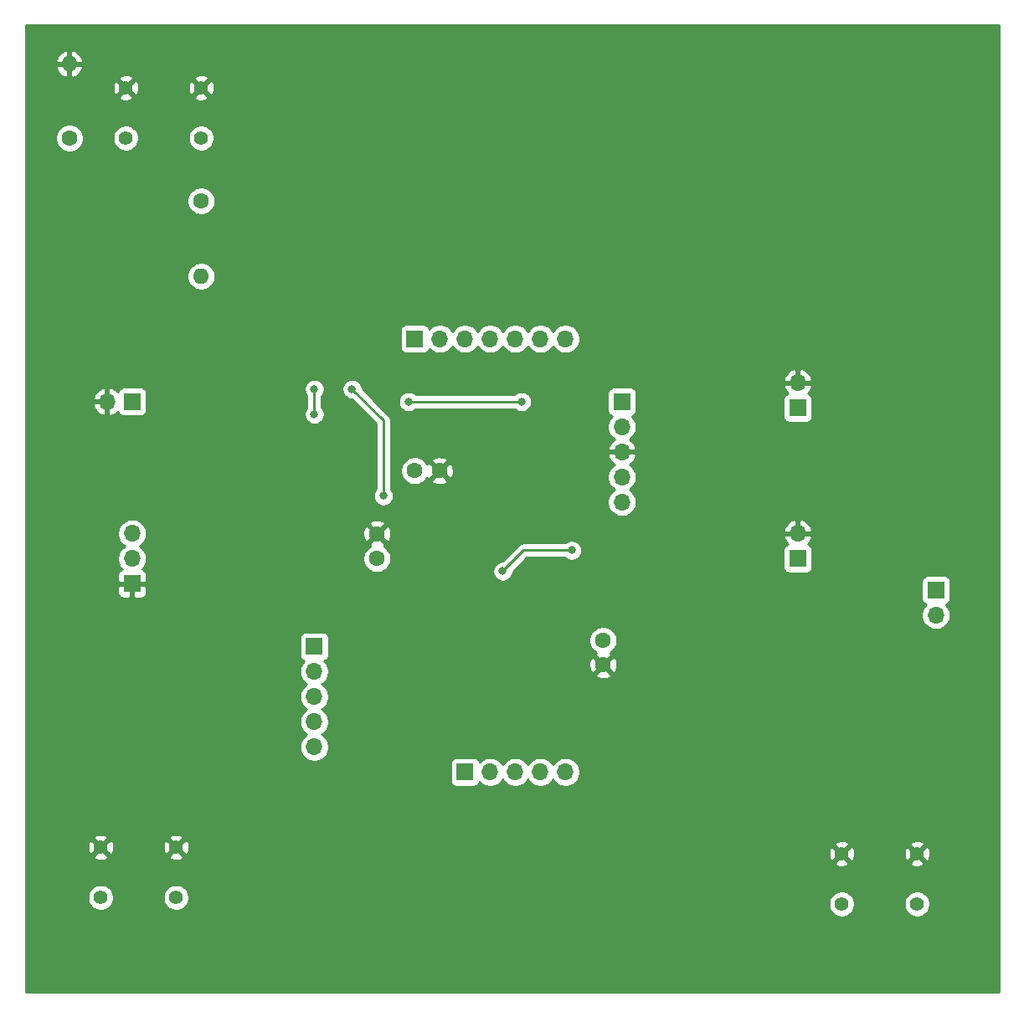
<source format=gbl>
G04 #@! TF.GenerationSoftware,KiCad,Pcbnew,5.1.5-52549c5~84~ubuntu18.04.1*
G04 #@! TF.CreationDate,2019-11-27T16:08:13-05:00*
G04 #@! TF.ProjectId,miniPCB,6d696e69-5043-4422-9e6b-696361645f70,rev?*
G04 #@! TF.SameCoordinates,Original*
G04 #@! TF.FileFunction,Copper,L2,Bot*
G04 #@! TF.FilePolarity,Positive*
%FSLAX46Y46*%
G04 Gerber Fmt 4.6, Leading zero omitted, Abs format (unit mm)*
G04 Created by KiCad (PCBNEW 5.1.5-52549c5~84~ubuntu18.04.1) date 2019-11-27 16:08:13*
%MOMM*%
%LPD*%
G04 APERTURE LIST*
%ADD10C,1.397000*%
%ADD11O,1.600000X1.600000*%
%ADD12C,1.600000*%
%ADD13O,1.700000X1.700000*%
%ADD14R,1.700000X1.700000*%
%ADD15C,0.800000*%
%ADD16C,0.250000*%
%ADD17C,0.254000*%
G04 APERTURE END LIST*
D10*
X170815000Y-121920000D03*
X170815000Y-116840000D03*
X178435000Y-121920000D03*
X178435000Y-116840000D03*
X103505000Y-116205000D03*
X103505000Y-121285000D03*
X95885000Y-116205000D03*
X95885000Y-121285000D03*
X98425000Y-44450000D03*
X98425000Y-39370000D03*
X106045000Y-44450000D03*
X106045000Y-39370000D03*
D11*
X106045000Y-58420000D03*
D12*
X106045000Y-50800000D03*
D13*
X142875000Y-64770000D03*
X140335000Y-64770000D03*
X137795000Y-64770000D03*
X135255000Y-64770000D03*
X132715000Y-64770000D03*
X130175000Y-64770000D03*
D14*
X127635000Y-64770000D03*
D13*
X142875000Y-108585000D03*
X140335000Y-108585000D03*
X137795000Y-108585000D03*
X135255000Y-108585000D03*
D14*
X132715000Y-108585000D03*
D13*
X180340000Y-92710000D03*
D14*
X180340000Y-90170000D03*
X166370000Y-71755000D03*
D13*
X166370000Y-69215000D03*
X166370000Y-84455000D03*
D14*
X166370000Y-86995000D03*
D13*
X148590000Y-81280000D03*
X148590000Y-78740000D03*
X148590000Y-76200000D03*
X148590000Y-73660000D03*
D14*
X148590000Y-71120000D03*
D13*
X117475000Y-106045000D03*
X117475000Y-103505000D03*
X117475000Y-100965000D03*
X117475000Y-98425000D03*
D14*
X117475000Y-95885000D03*
D13*
X99060000Y-84455000D03*
X99060000Y-86995000D03*
D14*
X99060000Y-89535000D03*
D13*
X96520000Y-71120000D03*
D14*
X99060000Y-71120000D03*
D12*
X130135000Y-78105000D03*
X127635000Y-78105000D03*
X146685000Y-97750000D03*
X146685000Y-95250000D03*
X123825000Y-84495000D03*
X123825000Y-86995000D03*
D11*
X92710000Y-36950000D03*
D12*
X92710000Y-44450000D03*
D15*
X106045000Y-88265000D03*
X109855000Y-84455000D03*
X121285000Y-69850000D03*
X124460000Y-80645000D03*
X143510000Y-86155000D03*
X136525000Y-88265000D03*
X117475000Y-69850000D03*
X117475000Y-72390000D03*
X127000000Y-71120000D03*
X138430000Y-71120000D03*
D16*
X106045000Y-88265000D02*
X109855000Y-84455000D01*
X121285000Y-69850000D02*
X124460000Y-73025000D01*
X124460000Y-73025000D02*
X124460000Y-80645000D01*
X143510000Y-86155000D02*
X138635000Y-86155000D01*
X138635000Y-86155000D02*
X136525000Y-88265000D01*
X117475000Y-69850000D02*
X117475000Y-72390000D01*
X127000000Y-71120000D02*
X138430000Y-71120000D01*
D17*
G36*
X186665001Y-130785000D02*
G01*
X88290000Y-130785000D01*
X88290000Y-121153662D01*
X94551500Y-121153662D01*
X94551500Y-121416338D01*
X94602746Y-121673968D01*
X94703268Y-121916649D01*
X94849203Y-122135057D01*
X95034943Y-122320797D01*
X95253351Y-122466732D01*
X95496032Y-122567254D01*
X95753662Y-122618500D01*
X96016338Y-122618500D01*
X96273968Y-122567254D01*
X96516649Y-122466732D01*
X96735057Y-122320797D01*
X96920797Y-122135057D01*
X97066732Y-121916649D01*
X97167254Y-121673968D01*
X97218500Y-121416338D01*
X97218500Y-121153662D01*
X102171500Y-121153662D01*
X102171500Y-121416338D01*
X102222746Y-121673968D01*
X102323268Y-121916649D01*
X102469203Y-122135057D01*
X102654943Y-122320797D01*
X102873351Y-122466732D01*
X103116032Y-122567254D01*
X103373662Y-122618500D01*
X103636338Y-122618500D01*
X103893968Y-122567254D01*
X104136649Y-122466732D01*
X104355057Y-122320797D01*
X104540797Y-122135057D01*
X104686732Y-121916649D01*
X104739746Y-121788662D01*
X169481500Y-121788662D01*
X169481500Y-122051338D01*
X169532746Y-122308968D01*
X169633268Y-122551649D01*
X169779203Y-122770057D01*
X169964943Y-122955797D01*
X170183351Y-123101732D01*
X170426032Y-123202254D01*
X170683662Y-123253500D01*
X170946338Y-123253500D01*
X171203968Y-123202254D01*
X171446649Y-123101732D01*
X171665057Y-122955797D01*
X171850797Y-122770057D01*
X171996732Y-122551649D01*
X172097254Y-122308968D01*
X172148500Y-122051338D01*
X172148500Y-121788662D01*
X177101500Y-121788662D01*
X177101500Y-122051338D01*
X177152746Y-122308968D01*
X177253268Y-122551649D01*
X177399203Y-122770057D01*
X177584943Y-122955797D01*
X177803351Y-123101732D01*
X178046032Y-123202254D01*
X178303662Y-123253500D01*
X178566338Y-123253500D01*
X178823968Y-123202254D01*
X179066649Y-123101732D01*
X179285057Y-122955797D01*
X179470797Y-122770057D01*
X179616732Y-122551649D01*
X179717254Y-122308968D01*
X179768500Y-122051338D01*
X179768500Y-121788662D01*
X179717254Y-121531032D01*
X179616732Y-121288351D01*
X179470797Y-121069943D01*
X179285057Y-120884203D01*
X179066649Y-120738268D01*
X178823968Y-120637746D01*
X178566338Y-120586500D01*
X178303662Y-120586500D01*
X178046032Y-120637746D01*
X177803351Y-120738268D01*
X177584943Y-120884203D01*
X177399203Y-121069943D01*
X177253268Y-121288351D01*
X177152746Y-121531032D01*
X177101500Y-121788662D01*
X172148500Y-121788662D01*
X172097254Y-121531032D01*
X171996732Y-121288351D01*
X171850797Y-121069943D01*
X171665057Y-120884203D01*
X171446649Y-120738268D01*
X171203968Y-120637746D01*
X170946338Y-120586500D01*
X170683662Y-120586500D01*
X170426032Y-120637746D01*
X170183351Y-120738268D01*
X169964943Y-120884203D01*
X169779203Y-121069943D01*
X169633268Y-121288351D01*
X169532746Y-121531032D01*
X169481500Y-121788662D01*
X104739746Y-121788662D01*
X104787254Y-121673968D01*
X104838500Y-121416338D01*
X104838500Y-121153662D01*
X104787254Y-120896032D01*
X104686732Y-120653351D01*
X104540797Y-120434943D01*
X104355057Y-120249203D01*
X104136649Y-120103268D01*
X103893968Y-120002746D01*
X103636338Y-119951500D01*
X103373662Y-119951500D01*
X103116032Y-120002746D01*
X102873351Y-120103268D01*
X102654943Y-120249203D01*
X102469203Y-120434943D01*
X102323268Y-120653351D01*
X102222746Y-120896032D01*
X102171500Y-121153662D01*
X97218500Y-121153662D01*
X97167254Y-120896032D01*
X97066732Y-120653351D01*
X96920797Y-120434943D01*
X96735057Y-120249203D01*
X96516649Y-120103268D01*
X96273968Y-120002746D01*
X96016338Y-119951500D01*
X95753662Y-119951500D01*
X95496032Y-120002746D01*
X95253351Y-120103268D01*
X95034943Y-120249203D01*
X94849203Y-120434943D01*
X94703268Y-120653351D01*
X94602746Y-120896032D01*
X94551500Y-121153662D01*
X88290000Y-121153662D01*
X88290000Y-117760197D01*
X170074408Y-117760197D01*
X170133686Y-117993812D01*
X170371875Y-118104559D01*
X170627093Y-118166711D01*
X170889533Y-118177876D01*
X171149107Y-118137629D01*
X171395842Y-118047514D01*
X171496314Y-117993812D01*
X171555592Y-117760197D01*
X177694408Y-117760197D01*
X177753686Y-117993812D01*
X177991875Y-118104559D01*
X178247093Y-118166711D01*
X178509533Y-118177876D01*
X178769107Y-118137629D01*
X179015842Y-118047514D01*
X179116314Y-117993812D01*
X179175592Y-117760197D01*
X178435000Y-117019605D01*
X177694408Y-117760197D01*
X171555592Y-117760197D01*
X170815000Y-117019605D01*
X170074408Y-117760197D01*
X88290000Y-117760197D01*
X88290000Y-117125197D01*
X95144408Y-117125197D01*
X95203686Y-117358812D01*
X95441875Y-117469559D01*
X95697093Y-117531711D01*
X95959533Y-117542876D01*
X96219107Y-117502629D01*
X96465842Y-117412514D01*
X96566314Y-117358812D01*
X96625592Y-117125197D01*
X102764408Y-117125197D01*
X102823686Y-117358812D01*
X103061875Y-117469559D01*
X103317093Y-117531711D01*
X103579533Y-117542876D01*
X103839107Y-117502629D01*
X104085842Y-117412514D01*
X104186314Y-117358812D01*
X104245592Y-117125197D01*
X103505000Y-116384605D01*
X102764408Y-117125197D01*
X96625592Y-117125197D01*
X95885000Y-116384605D01*
X95144408Y-117125197D01*
X88290000Y-117125197D01*
X88290000Y-116279533D01*
X94547124Y-116279533D01*
X94587371Y-116539107D01*
X94677486Y-116785842D01*
X94731188Y-116886314D01*
X94964803Y-116945592D01*
X95705395Y-116205000D01*
X96064605Y-116205000D01*
X96805197Y-116945592D01*
X97038812Y-116886314D01*
X97149559Y-116648125D01*
X97211711Y-116392907D01*
X97216534Y-116279533D01*
X102167124Y-116279533D01*
X102207371Y-116539107D01*
X102297486Y-116785842D01*
X102351188Y-116886314D01*
X102584803Y-116945592D01*
X103325395Y-116205000D01*
X103684605Y-116205000D01*
X104425197Y-116945592D01*
X104547600Y-116914533D01*
X169477124Y-116914533D01*
X169517371Y-117174107D01*
X169607486Y-117420842D01*
X169661188Y-117521314D01*
X169894803Y-117580592D01*
X170635395Y-116840000D01*
X170994605Y-116840000D01*
X171735197Y-117580592D01*
X171968812Y-117521314D01*
X172079559Y-117283125D01*
X172141711Y-117027907D01*
X172146534Y-116914533D01*
X177097124Y-116914533D01*
X177137371Y-117174107D01*
X177227486Y-117420842D01*
X177281188Y-117521314D01*
X177514803Y-117580592D01*
X178255395Y-116840000D01*
X178614605Y-116840000D01*
X179355197Y-117580592D01*
X179588812Y-117521314D01*
X179699559Y-117283125D01*
X179761711Y-117027907D01*
X179772876Y-116765467D01*
X179732629Y-116505893D01*
X179642514Y-116259158D01*
X179588812Y-116158686D01*
X179355197Y-116099408D01*
X178614605Y-116840000D01*
X178255395Y-116840000D01*
X177514803Y-116099408D01*
X177281188Y-116158686D01*
X177170441Y-116396875D01*
X177108289Y-116652093D01*
X177097124Y-116914533D01*
X172146534Y-116914533D01*
X172152876Y-116765467D01*
X172112629Y-116505893D01*
X172022514Y-116259158D01*
X171968812Y-116158686D01*
X171735197Y-116099408D01*
X170994605Y-116840000D01*
X170635395Y-116840000D01*
X169894803Y-116099408D01*
X169661188Y-116158686D01*
X169550441Y-116396875D01*
X169488289Y-116652093D01*
X169477124Y-116914533D01*
X104547600Y-116914533D01*
X104658812Y-116886314D01*
X104769559Y-116648125D01*
X104831711Y-116392907D01*
X104842876Y-116130467D01*
X104810213Y-115919803D01*
X170074408Y-115919803D01*
X170815000Y-116660395D01*
X171555592Y-115919803D01*
X177694408Y-115919803D01*
X178435000Y-116660395D01*
X179175592Y-115919803D01*
X179116314Y-115686188D01*
X178878125Y-115575441D01*
X178622907Y-115513289D01*
X178360467Y-115502124D01*
X178100893Y-115542371D01*
X177854158Y-115632486D01*
X177753686Y-115686188D01*
X177694408Y-115919803D01*
X171555592Y-115919803D01*
X171496314Y-115686188D01*
X171258125Y-115575441D01*
X171002907Y-115513289D01*
X170740467Y-115502124D01*
X170480893Y-115542371D01*
X170234158Y-115632486D01*
X170133686Y-115686188D01*
X170074408Y-115919803D01*
X104810213Y-115919803D01*
X104802629Y-115870893D01*
X104712514Y-115624158D01*
X104658812Y-115523686D01*
X104425197Y-115464408D01*
X103684605Y-116205000D01*
X103325395Y-116205000D01*
X102584803Y-115464408D01*
X102351188Y-115523686D01*
X102240441Y-115761875D01*
X102178289Y-116017093D01*
X102167124Y-116279533D01*
X97216534Y-116279533D01*
X97222876Y-116130467D01*
X97182629Y-115870893D01*
X97092514Y-115624158D01*
X97038812Y-115523686D01*
X96805197Y-115464408D01*
X96064605Y-116205000D01*
X95705395Y-116205000D01*
X94964803Y-115464408D01*
X94731188Y-115523686D01*
X94620441Y-115761875D01*
X94558289Y-116017093D01*
X94547124Y-116279533D01*
X88290000Y-116279533D01*
X88290000Y-115284803D01*
X95144408Y-115284803D01*
X95885000Y-116025395D01*
X96625592Y-115284803D01*
X102764408Y-115284803D01*
X103505000Y-116025395D01*
X104245592Y-115284803D01*
X104186314Y-115051188D01*
X103948125Y-114940441D01*
X103692907Y-114878289D01*
X103430467Y-114867124D01*
X103170893Y-114907371D01*
X102924158Y-114997486D01*
X102823686Y-115051188D01*
X102764408Y-115284803D01*
X96625592Y-115284803D01*
X96566314Y-115051188D01*
X96328125Y-114940441D01*
X96072907Y-114878289D01*
X95810467Y-114867124D01*
X95550893Y-114907371D01*
X95304158Y-114997486D01*
X95203686Y-115051188D01*
X95144408Y-115284803D01*
X88290000Y-115284803D01*
X88290000Y-107735000D01*
X131226928Y-107735000D01*
X131226928Y-109435000D01*
X131239188Y-109559482D01*
X131275498Y-109679180D01*
X131334463Y-109789494D01*
X131413815Y-109886185D01*
X131510506Y-109965537D01*
X131620820Y-110024502D01*
X131740518Y-110060812D01*
X131865000Y-110073072D01*
X133565000Y-110073072D01*
X133689482Y-110060812D01*
X133809180Y-110024502D01*
X133919494Y-109965537D01*
X134016185Y-109886185D01*
X134095537Y-109789494D01*
X134154502Y-109679180D01*
X134176513Y-109606620D01*
X134308368Y-109738475D01*
X134551589Y-109900990D01*
X134821842Y-110012932D01*
X135108740Y-110070000D01*
X135401260Y-110070000D01*
X135688158Y-110012932D01*
X135958411Y-109900990D01*
X136201632Y-109738475D01*
X136408475Y-109531632D01*
X136525000Y-109357240D01*
X136641525Y-109531632D01*
X136848368Y-109738475D01*
X137091589Y-109900990D01*
X137361842Y-110012932D01*
X137648740Y-110070000D01*
X137941260Y-110070000D01*
X138228158Y-110012932D01*
X138498411Y-109900990D01*
X138741632Y-109738475D01*
X138948475Y-109531632D01*
X139065000Y-109357240D01*
X139181525Y-109531632D01*
X139388368Y-109738475D01*
X139631589Y-109900990D01*
X139901842Y-110012932D01*
X140188740Y-110070000D01*
X140481260Y-110070000D01*
X140768158Y-110012932D01*
X141038411Y-109900990D01*
X141281632Y-109738475D01*
X141488475Y-109531632D01*
X141605000Y-109357240D01*
X141721525Y-109531632D01*
X141928368Y-109738475D01*
X142171589Y-109900990D01*
X142441842Y-110012932D01*
X142728740Y-110070000D01*
X143021260Y-110070000D01*
X143308158Y-110012932D01*
X143578411Y-109900990D01*
X143821632Y-109738475D01*
X144028475Y-109531632D01*
X144190990Y-109288411D01*
X144302932Y-109018158D01*
X144360000Y-108731260D01*
X144360000Y-108438740D01*
X144302932Y-108151842D01*
X144190990Y-107881589D01*
X144028475Y-107638368D01*
X143821632Y-107431525D01*
X143578411Y-107269010D01*
X143308158Y-107157068D01*
X143021260Y-107100000D01*
X142728740Y-107100000D01*
X142441842Y-107157068D01*
X142171589Y-107269010D01*
X141928368Y-107431525D01*
X141721525Y-107638368D01*
X141605000Y-107812760D01*
X141488475Y-107638368D01*
X141281632Y-107431525D01*
X141038411Y-107269010D01*
X140768158Y-107157068D01*
X140481260Y-107100000D01*
X140188740Y-107100000D01*
X139901842Y-107157068D01*
X139631589Y-107269010D01*
X139388368Y-107431525D01*
X139181525Y-107638368D01*
X139065000Y-107812760D01*
X138948475Y-107638368D01*
X138741632Y-107431525D01*
X138498411Y-107269010D01*
X138228158Y-107157068D01*
X137941260Y-107100000D01*
X137648740Y-107100000D01*
X137361842Y-107157068D01*
X137091589Y-107269010D01*
X136848368Y-107431525D01*
X136641525Y-107638368D01*
X136525000Y-107812760D01*
X136408475Y-107638368D01*
X136201632Y-107431525D01*
X135958411Y-107269010D01*
X135688158Y-107157068D01*
X135401260Y-107100000D01*
X135108740Y-107100000D01*
X134821842Y-107157068D01*
X134551589Y-107269010D01*
X134308368Y-107431525D01*
X134176513Y-107563380D01*
X134154502Y-107490820D01*
X134095537Y-107380506D01*
X134016185Y-107283815D01*
X133919494Y-107204463D01*
X133809180Y-107145498D01*
X133689482Y-107109188D01*
X133565000Y-107096928D01*
X131865000Y-107096928D01*
X131740518Y-107109188D01*
X131620820Y-107145498D01*
X131510506Y-107204463D01*
X131413815Y-107283815D01*
X131334463Y-107380506D01*
X131275498Y-107490820D01*
X131239188Y-107610518D01*
X131226928Y-107735000D01*
X88290000Y-107735000D01*
X88290000Y-95035000D01*
X115986928Y-95035000D01*
X115986928Y-96735000D01*
X115999188Y-96859482D01*
X116035498Y-96979180D01*
X116094463Y-97089494D01*
X116173815Y-97186185D01*
X116270506Y-97265537D01*
X116380820Y-97324502D01*
X116453380Y-97346513D01*
X116321525Y-97478368D01*
X116159010Y-97721589D01*
X116047068Y-97991842D01*
X115990000Y-98278740D01*
X115990000Y-98571260D01*
X116047068Y-98858158D01*
X116159010Y-99128411D01*
X116321525Y-99371632D01*
X116528368Y-99578475D01*
X116702760Y-99695000D01*
X116528368Y-99811525D01*
X116321525Y-100018368D01*
X116159010Y-100261589D01*
X116047068Y-100531842D01*
X115990000Y-100818740D01*
X115990000Y-101111260D01*
X116047068Y-101398158D01*
X116159010Y-101668411D01*
X116321525Y-101911632D01*
X116528368Y-102118475D01*
X116702760Y-102235000D01*
X116528368Y-102351525D01*
X116321525Y-102558368D01*
X116159010Y-102801589D01*
X116047068Y-103071842D01*
X115990000Y-103358740D01*
X115990000Y-103651260D01*
X116047068Y-103938158D01*
X116159010Y-104208411D01*
X116321525Y-104451632D01*
X116528368Y-104658475D01*
X116702760Y-104775000D01*
X116528368Y-104891525D01*
X116321525Y-105098368D01*
X116159010Y-105341589D01*
X116047068Y-105611842D01*
X115990000Y-105898740D01*
X115990000Y-106191260D01*
X116047068Y-106478158D01*
X116159010Y-106748411D01*
X116321525Y-106991632D01*
X116528368Y-107198475D01*
X116771589Y-107360990D01*
X117041842Y-107472932D01*
X117328740Y-107530000D01*
X117621260Y-107530000D01*
X117908158Y-107472932D01*
X118178411Y-107360990D01*
X118421632Y-107198475D01*
X118628475Y-106991632D01*
X118790990Y-106748411D01*
X118902932Y-106478158D01*
X118960000Y-106191260D01*
X118960000Y-105898740D01*
X118902932Y-105611842D01*
X118790990Y-105341589D01*
X118628475Y-105098368D01*
X118421632Y-104891525D01*
X118247240Y-104775000D01*
X118421632Y-104658475D01*
X118628475Y-104451632D01*
X118790990Y-104208411D01*
X118902932Y-103938158D01*
X118960000Y-103651260D01*
X118960000Y-103358740D01*
X118902932Y-103071842D01*
X118790990Y-102801589D01*
X118628475Y-102558368D01*
X118421632Y-102351525D01*
X118247240Y-102235000D01*
X118421632Y-102118475D01*
X118628475Y-101911632D01*
X118790990Y-101668411D01*
X118902932Y-101398158D01*
X118960000Y-101111260D01*
X118960000Y-100818740D01*
X118902932Y-100531842D01*
X118790990Y-100261589D01*
X118628475Y-100018368D01*
X118421632Y-99811525D01*
X118247240Y-99695000D01*
X118421632Y-99578475D01*
X118628475Y-99371632D01*
X118790990Y-99128411D01*
X118902932Y-98858158D01*
X118925897Y-98742702D01*
X145871903Y-98742702D01*
X145943486Y-98986671D01*
X146198996Y-99107571D01*
X146473184Y-99176300D01*
X146755512Y-99190217D01*
X147035130Y-99148787D01*
X147301292Y-99053603D01*
X147426514Y-98986671D01*
X147498097Y-98742702D01*
X146685000Y-97929605D01*
X145871903Y-98742702D01*
X118925897Y-98742702D01*
X118960000Y-98571260D01*
X118960000Y-98278740D01*
X118902932Y-97991842D01*
X118831966Y-97820512D01*
X145244783Y-97820512D01*
X145286213Y-98100130D01*
X145381397Y-98366292D01*
X145448329Y-98491514D01*
X145692298Y-98563097D01*
X146505395Y-97750000D01*
X146864605Y-97750000D01*
X147677702Y-98563097D01*
X147921671Y-98491514D01*
X148042571Y-98236004D01*
X148111300Y-97961816D01*
X148125217Y-97679488D01*
X148083787Y-97399870D01*
X147988603Y-97133708D01*
X147921671Y-97008486D01*
X147677702Y-96936903D01*
X146864605Y-97750000D01*
X146505395Y-97750000D01*
X145692298Y-96936903D01*
X145448329Y-97008486D01*
X145327429Y-97263996D01*
X145258700Y-97538184D01*
X145244783Y-97820512D01*
X118831966Y-97820512D01*
X118790990Y-97721589D01*
X118628475Y-97478368D01*
X118496620Y-97346513D01*
X118569180Y-97324502D01*
X118679494Y-97265537D01*
X118776185Y-97186185D01*
X118855537Y-97089494D01*
X118914502Y-96979180D01*
X118950812Y-96859482D01*
X118963072Y-96735000D01*
X118963072Y-95108665D01*
X145250000Y-95108665D01*
X145250000Y-95391335D01*
X145305147Y-95668574D01*
X145413320Y-95929727D01*
X145570363Y-96164759D01*
X145770241Y-96364637D01*
X145970869Y-96498692D01*
X145943486Y-96513329D01*
X145871903Y-96757298D01*
X146685000Y-97570395D01*
X147498097Y-96757298D01*
X147426514Y-96513329D01*
X147397659Y-96499676D01*
X147599759Y-96364637D01*
X147799637Y-96164759D01*
X147956680Y-95929727D01*
X148064853Y-95668574D01*
X148120000Y-95391335D01*
X148120000Y-95108665D01*
X148064853Y-94831426D01*
X147956680Y-94570273D01*
X147799637Y-94335241D01*
X147599759Y-94135363D01*
X147364727Y-93978320D01*
X147103574Y-93870147D01*
X146826335Y-93815000D01*
X146543665Y-93815000D01*
X146266426Y-93870147D01*
X146005273Y-93978320D01*
X145770241Y-94135363D01*
X145570363Y-94335241D01*
X145413320Y-94570273D01*
X145305147Y-94831426D01*
X145250000Y-95108665D01*
X118963072Y-95108665D01*
X118963072Y-95035000D01*
X118950812Y-94910518D01*
X118914502Y-94790820D01*
X118855537Y-94680506D01*
X118776185Y-94583815D01*
X118679494Y-94504463D01*
X118569180Y-94445498D01*
X118449482Y-94409188D01*
X118325000Y-94396928D01*
X116625000Y-94396928D01*
X116500518Y-94409188D01*
X116380820Y-94445498D01*
X116270506Y-94504463D01*
X116173815Y-94583815D01*
X116094463Y-94680506D01*
X116035498Y-94790820D01*
X115999188Y-94910518D01*
X115986928Y-95035000D01*
X88290000Y-95035000D01*
X88290000Y-90385000D01*
X97571928Y-90385000D01*
X97584188Y-90509482D01*
X97620498Y-90629180D01*
X97679463Y-90739494D01*
X97758815Y-90836185D01*
X97855506Y-90915537D01*
X97965820Y-90974502D01*
X98085518Y-91010812D01*
X98210000Y-91023072D01*
X98774250Y-91020000D01*
X98933000Y-90861250D01*
X98933000Y-89662000D01*
X99187000Y-89662000D01*
X99187000Y-90861250D01*
X99345750Y-91020000D01*
X99910000Y-91023072D01*
X100034482Y-91010812D01*
X100154180Y-90974502D01*
X100264494Y-90915537D01*
X100361185Y-90836185D01*
X100440537Y-90739494D01*
X100499502Y-90629180D01*
X100535812Y-90509482D01*
X100548072Y-90385000D01*
X100545000Y-89820750D01*
X100386250Y-89662000D01*
X99187000Y-89662000D01*
X98933000Y-89662000D01*
X97733750Y-89662000D01*
X97575000Y-89820750D01*
X97571928Y-90385000D01*
X88290000Y-90385000D01*
X88290000Y-88685000D01*
X97571928Y-88685000D01*
X97575000Y-89249250D01*
X97733750Y-89408000D01*
X98933000Y-89408000D01*
X98933000Y-89388000D01*
X99187000Y-89388000D01*
X99187000Y-89408000D01*
X100386250Y-89408000D01*
X100474250Y-89320000D01*
X178851928Y-89320000D01*
X178851928Y-91020000D01*
X178864188Y-91144482D01*
X178900498Y-91264180D01*
X178959463Y-91374494D01*
X179038815Y-91471185D01*
X179135506Y-91550537D01*
X179245820Y-91609502D01*
X179318380Y-91631513D01*
X179186525Y-91763368D01*
X179024010Y-92006589D01*
X178912068Y-92276842D01*
X178855000Y-92563740D01*
X178855000Y-92856260D01*
X178912068Y-93143158D01*
X179024010Y-93413411D01*
X179186525Y-93656632D01*
X179393368Y-93863475D01*
X179636589Y-94025990D01*
X179906842Y-94137932D01*
X180193740Y-94195000D01*
X180486260Y-94195000D01*
X180773158Y-94137932D01*
X181043411Y-94025990D01*
X181286632Y-93863475D01*
X181493475Y-93656632D01*
X181655990Y-93413411D01*
X181767932Y-93143158D01*
X181825000Y-92856260D01*
X181825000Y-92563740D01*
X181767932Y-92276842D01*
X181655990Y-92006589D01*
X181493475Y-91763368D01*
X181361620Y-91631513D01*
X181434180Y-91609502D01*
X181544494Y-91550537D01*
X181641185Y-91471185D01*
X181720537Y-91374494D01*
X181779502Y-91264180D01*
X181815812Y-91144482D01*
X181828072Y-91020000D01*
X181828072Y-89320000D01*
X181815812Y-89195518D01*
X181779502Y-89075820D01*
X181720537Y-88965506D01*
X181641185Y-88868815D01*
X181544494Y-88789463D01*
X181434180Y-88730498D01*
X181314482Y-88694188D01*
X181190000Y-88681928D01*
X179490000Y-88681928D01*
X179365518Y-88694188D01*
X179245820Y-88730498D01*
X179135506Y-88789463D01*
X179038815Y-88868815D01*
X178959463Y-88965506D01*
X178900498Y-89075820D01*
X178864188Y-89195518D01*
X178851928Y-89320000D01*
X100474250Y-89320000D01*
X100545000Y-89249250D01*
X100548072Y-88685000D01*
X100535812Y-88560518D01*
X100499502Y-88440820D01*
X100440537Y-88330506D01*
X100361185Y-88233815D01*
X100264494Y-88154463D01*
X100154180Y-88095498D01*
X100081620Y-88073487D01*
X100213475Y-87941632D01*
X100375990Y-87698411D01*
X100487932Y-87428158D01*
X100545000Y-87141260D01*
X100545000Y-86853665D01*
X122390000Y-86853665D01*
X122390000Y-87136335D01*
X122445147Y-87413574D01*
X122553320Y-87674727D01*
X122710363Y-87909759D01*
X122910241Y-88109637D01*
X123145273Y-88266680D01*
X123406426Y-88374853D01*
X123683665Y-88430000D01*
X123966335Y-88430000D01*
X124243574Y-88374853D01*
X124504727Y-88266680D01*
X124659804Y-88163061D01*
X135490000Y-88163061D01*
X135490000Y-88366939D01*
X135529774Y-88566898D01*
X135607795Y-88755256D01*
X135721063Y-88924774D01*
X135865226Y-89068937D01*
X136034744Y-89182205D01*
X136223102Y-89260226D01*
X136423061Y-89300000D01*
X136626939Y-89300000D01*
X136826898Y-89260226D01*
X137015256Y-89182205D01*
X137184774Y-89068937D01*
X137328937Y-88924774D01*
X137442205Y-88755256D01*
X137520226Y-88566898D01*
X137560000Y-88366939D01*
X137560000Y-88304801D01*
X138949802Y-86915000D01*
X142806289Y-86915000D01*
X142850226Y-86958937D01*
X143019744Y-87072205D01*
X143208102Y-87150226D01*
X143408061Y-87190000D01*
X143611939Y-87190000D01*
X143811898Y-87150226D01*
X144000256Y-87072205D01*
X144169774Y-86958937D01*
X144313937Y-86814774D01*
X144427205Y-86645256D01*
X144505226Y-86456898D01*
X144545000Y-86256939D01*
X144545000Y-86145000D01*
X164881928Y-86145000D01*
X164881928Y-87845000D01*
X164894188Y-87969482D01*
X164930498Y-88089180D01*
X164989463Y-88199494D01*
X165068815Y-88296185D01*
X165165506Y-88375537D01*
X165275820Y-88434502D01*
X165395518Y-88470812D01*
X165520000Y-88483072D01*
X167220000Y-88483072D01*
X167344482Y-88470812D01*
X167464180Y-88434502D01*
X167574494Y-88375537D01*
X167671185Y-88296185D01*
X167750537Y-88199494D01*
X167809502Y-88089180D01*
X167845812Y-87969482D01*
X167858072Y-87845000D01*
X167858072Y-86145000D01*
X167845812Y-86020518D01*
X167809502Y-85900820D01*
X167750537Y-85790506D01*
X167671185Y-85693815D01*
X167574494Y-85614463D01*
X167464180Y-85555498D01*
X167383534Y-85531034D01*
X167467588Y-85455269D01*
X167641641Y-85221920D01*
X167766825Y-84959099D01*
X167811476Y-84811890D01*
X167690155Y-84582000D01*
X166497000Y-84582000D01*
X166497000Y-84602000D01*
X166243000Y-84602000D01*
X166243000Y-84582000D01*
X165049845Y-84582000D01*
X164928524Y-84811890D01*
X164973175Y-84959099D01*
X165098359Y-85221920D01*
X165272412Y-85455269D01*
X165356466Y-85531034D01*
X165275820Y-85555498D01*
X165165506Y-85614463D01*
X165068815Y-85693815D01*
X164989463Y-85790506D01*
X164930498Y-85900820D01*
X164894188Y-86020518D01*
X164881928Y-86145000D01*
X144545000Y-86145000D01*
X144545000Y-86053061D01*
X144505226Y-85853102D01*
X144427205Y-85664744D01*
X144313937Y-85495226D01*
X144169774Y-85351063D01*
X144000256Y-85237795D01*
X143811898Y-85159774D01*
X143611939Y-85120000D01*
X143408061Y-85120000D01*
X143208102Y-85159774D01*
X143019744Y-85237795D01*
X142850226Y-85351063D01*
X142806289Y-85395000D01*
X138672333Y-85395000D01*
X138635000Y-85391323D01*
X138597667Y-85395000D01*
X138486014Y-85405997D01*
X138342753Y-85449454D01*
X138210724Y-85520026D01*
X138094999Y-85614999D01*
X138071201Y-85643997D01*
X136485199Y-87230000D01*
X136423061Y-87230000D01*
X136223102Y-87269774D01*
X136034744Y-87347795D01*
X135865226Y-87461063D01*
X135721063Y-87605226D01*
X135607795Y-87774744D01*
X135529774Y-87963102D01*
X135490000Y-88163061D01*
X124659804Y-88163061D01*
X124739759Y-88109637D01*
X124939637Y-87909759D01*
X125096680Y-87674727D01*
X125204853Y-87413574D01*
X125260000Y-87136335D01*
X125260000Y-86853665D01*
X125204853Y-86576426D01*
X125096680Y-86315273D01*
X124939637Y-86080241D01*
X124739759Y-85880363D01*
X124539131Y-85746308D01*
X124566514Y-85731671D01*
X124638097Y-85487702D01*
X123825000Y-84674605D01*
X123011903Y-85487702D01*
X123083486Y-85731671D01*
X123112341Y-85745324D01*
X122910241Y-85880363D01*
X122710363Y-86080241D01*
X122553320Y-86315273D01*
X122445147Y-86576426D01*
X122390000Y-86853665D01*
X100545000Y-86853665D01*
X100545000Y-86848740D01*
X100487932Y-86561842D01*
X100375990Y-86291589D01*
X100213475Y-86048368D01*
X100006632Y-85841525D01*
X99832240Y-85725000D01*
X100006632Y-85608475D01*
X100213475Y-85401632D01*
X100375990Y-85158411D01*
X100487932Y-84888158D01*
X100545000Y-84601260D01*
X100545000Y-84565512D01*
X122384783Y-84565512D01*
X122426213Y-84845130D01*
X122521397Y-85111292D01*
X122588329Y-85236514D01*
X122832298Y-85308097D01*
X123645395Y-84495000D01*
X124004605Y-84495000D01*
X124817702Y-85308097D01*
X125061671Y-85236514D01*
X125182571Y-84981004D01*
X125251300Y-84706816D01*
X125265217Y-84424488D01*
X125223787Y-84144870D01*
X125207065Y-84098110D01*
X164928524Y-84098110D01*
X165049845Y-84328000D01*
X166243000Y-84328000D01*
X166243000Y-83134186D01*
X166497000Y-83134186D01*
X166497000Y-84328000D01*
X167690155Y-84328000D01*
X167811476Y-84098110D01*
X167766825Y-83950901D01*
X167641641Y-83688080D01*
X167467588Y-83454731D01*
X167251355Y-83259822D01*
X167001252Y-83110843D01*
X166726891Y-83013519D01*
X166497000Y-83134186D01*
X166243000Y-83134186D01*
X166013109Y-83013519D01*
X165738748Y-83110843D01*
X165488645Y-83259822D01*
X165272412Y-83454731D01*
X165098359Y-83688080D01*
X164973175Y-83950901D01*
X164928524Y-84098110D01*
X125207065Y-84098110D01*
X125128603Y-83878708D01*
X125061671Y-83753486D01*
X124817702Y-83681903D01*
X124004605Y-84495000D01*
X123645395Y-84495000D01*
X122832298Y-83681903D01*
X122588329Y-83753486D01*
X122467429Y-84008996D01*
X122398700Y-84283184D01*
X122384783Y-84565512D01*
X100545000Y-84565512D01*
X100545000Y-84308740D01*
X100487932Y-84021842D01*
X100375990Y-83751589D01*
X100213475Y-83508368D01*
X100207405Y-83502298D01*
X123011903Y-83502298D01*
X123825000Y-84315395D01*
X124638097Y-83502298D01*
X124566514Y-83258329D01*
X124311004Y-83137429D01*
X124036816Y-83068700D01*
X123754488Y-83054783D01*
X123474870Y-83096213D01*
X123208708Y-83191397D01*
X123083486Y-83258329D01*
X123011903Y-83502298D01*
X100207405Y-83502298D01*
X100006632Y-83301525D01*
X99763411Y-83139010D01*
X99493158Y-83027068D01*
X99206260Y-82970000D01*
X98913740Y-82970000D01*
X98626842Y-83027068D01*
X98356589Y-83139010D01*
X98113368Y-83301525D01*
X97906525Y-83508368D01*
X97744010Y-83751589D01*
X97632068Y-84021842D01*
X97575000Y-84308740D01*
X97575000Y-84601260D01*
X97632068Y-84888158D01*
X97744010Y-85158411D01*
X97906525Y-85401632D01*
X98113368Y-85608475D01*
X98287760Y-85725000D01*
X98113368Y-85841525D01*
X97906525Y-86048368D01*
X97744010Y-86291589D01*
X97632068Y-86561842D01*
X97575000Y-86848740D01*
X97575000Y-87141260D01*
X97632068Y-87428158D01*
X97744010Y-87698411D01*
X97906525Y-87941632D01*
X98038380Y-88073487D01*
X97965820Y-88095498D01*
X97855506Y-88154463D01*
X97758815Y-88233815D01*
X97679463Y-88330506D01*
X97620498Y-88440820D01*
X97584188Y-88560518D01*
X97571928Y-88685000D01*
X88290000Y-88685000D01*
X88290000Y-71476891D01*
X95078519Y-71476891D01*
X95175843Y-71751252D01*
X95324822Y-72001355D01*
X95519731Y-72217588D01*
X95753080Y-72391641D01*
X96015901Y-72516825D01*
X96163110Y-72561476D01*
X96393000Y-72440155D01*
X96393000Y-71247000D01*
X95199186Y-71247000D01*
X95078519Y-71476891D01*
X88290000Y-71476891D01*
X88290000Y-70763109D01*
X95078519Y-70763109D01*
X95199186Y-70993000D01*
X96393000Y-70993000D01*
X96393000Y-69799845D01*
X96647000Y-69799845D01*
X96647000Y-70993000D01*
X96667000Y-70993000D01*
X96667000Y-71247000D01*
X96647000Y-71247000D01*
X96647000Y-72440155D01*
X96876890Y-72561476D01*
X97024099Y-72516825D01*
X97286920Y-72391641D01*
X97520269Y-72217588D01*
X97596034Y-72133534D01*
X97620498Y-72214180D01*
X97679463Y-72324494D01*
X97758815Y-72421185D01*
X97855506Y-72500537D01*
X97965820Y-72559502D01*
X98085518Y-72595812D01*
X98210000Y-72608072D01*
X99910000Y-72608072D01*
X100034482Y-72595812D01*
X100154180Y-72559502D01*
X100264494Y-72500537D01*
X100361185Y-72421185D01*
X100440537Y-72324494D01*
X100499502Y-72214180D01*
X100535812Y-72094482D01*
X100548072Y-71970000D01*
X100548072Y-70270000D01*
X100535812Y-70145518D01*
X100499502Y-70025820D01*
X100440537Y-69915506D01*
X100361185Y-69818815D01*
X100274971Y-69748061D01*
X116440000Y-69748061D01*
X116440000Y-69951939D01*
X116479774Y-70151898D01*
X116557795Y-70340256D01*
X116671063Y-70509774D01*
X116715000Y-70553711D01*
X116715001Y-71686288D01*
X116671063Y-71730226D01*
X116557795Y-71899744D01*
X116479774Y-72088102D01*
X116440000Y-72288061D01*
X116440000Y-72491939D01*
X116479774Y-72691898D01*
X116557795Y-72880256D01*
X116671063Y-73049774D01*
X116815226Y-73193937D01*
X116984744Y-73307205D01*
X117173102Y-73385226D01*
X117373061Y-73425000D01*
X117576939Y-73425000D01*
X117776898Y-73385226D01*
X117965256Y-73307205D01*
X118134774Y-73193937D01*
X118278937Y-73049774D01*
X118392205Y-72880256D01*
X118470226Y-72691898D01*
X118510000Y-72491939D01*
X118510000Y-72288061D01*
X118470226Y-72088102D01*
X118392205Y-71899744D01*
X118278937Y-71730226D01*
X118235000Y-71686289D01*
X118235000Y-70553711D01*
X118278937Y-70509774D01*
X118392205Y-70340256D01*
X118470226Y-70151898D01*
X118510000Y-69951939D01*
X118510000Y-69748061D01*
X120250000Y-69748061D01*
X120250000Y-69951939D01*
X120289774Y-70151898D01*
X120367795Y-70340256D01*
X120481063Y-70509774D01*
X120625226Y-70653937D01*
X120794744Y-70767205D01*
X120983102Y-70845226D01*
X121183061Y-70885000D01*
X121245199Y-70885000D01*
X123700000Y-73339802D01*
X123700001Y-79941288D01*
X123656063Y-79985226D01*
X123542795Y-80154744D01*
X123464774Y-80343102D01*
X123425000Y-80543061D01*
X123425000Y-80746939D01*
X123464774Y-80946898D01*
X123542795Y-81135256D01*
X123656063Y-81304774D01*
X123800226Y-81448937D01*
X123969744Y-81562205D01*
X124158102Y-81640226D01*
X124358061Y-81680000D01*
X124561939Y-81680000D01*
X124761898Y-81640226D01*
X124950256Y-81562205D01*
X125119774Y-81448937D01*
X125263937Y-81304774D01*
X125377205Y-81135256D01*
X125455226Y-80946898D01*
X125495000Y-80746939D01*
X125495000Y-80543061D01*
X125455226Y-80343102D01*
X125377205Y-80154744D01*
X125263937Y-79985226D01*
X125220000Y-79941289D01*
X125220000Y-77963665D01*
X126200000Y-77963665D01*
X126200000Y-78246335D01*
X126255147Y-78523574D01*
X126363320Y-78784727D01*
X126520363Y-79019759D01*
X126720241Y-79219637D01*
X126955273Y-79376680D01*
X127216426Y-79484853D01*
X127493665Y-79540000D01*
X127776335Y-79540000D01*
X128053574Y-79484853D01*
X128314727Y-79376680D01*
X128549759Y-79219637D01*
X128671694Y-79097702D01*
X129321903Y-79097702D01*
X129393486Y-79341671D01*
X129648996Y-79462571D01*
X129923184Y-79531300D01*
X130205512Y-79545217D01*
X130485130Y-79503787D01*
X130751292Y-79408603D01*
X130876514Y-79341671D01*
X130948097Y-79097702D01*
X130135000Y-78284605D01*
X129321903Y-79097702D01*
X128671694Y-79097702D01*
X128749637Y-79019759D01*
X128883692Y-78819131D01*
X128898329Y-78846514D01*
X129142298Y-78918097D01*
X129955395Y-78105000D01*
X130314605Y-78105000D01*
X131127702Y-78918097D01*
X131371671Y-78846514D01*
X131491276Y-78593740D01*
X147105000Y-78593740D01*
X147105000Y-78886260D01*
X147162068Y-79173158D01*
X147274010Y-79443411D01*
X147436525Y-79686632D01*
X147643368Y-79893475D01*
X147817760Y-80010000D01*
X147643368Y-80126525D01*
X147436525Y-80333368D01*
X147274010Y-80576589D01*
X147162068Y-80846842D01*
X147105000Y-81133740D01*
X147105000Y-81426260D01*
X147162068Y-81713158D01*
X147274010Y-81983411D01*
X147436525Y-82226632D01*
X147643368Y-82433475D01*
X147886589Y-82595990D01*
X148156842Y-82707932D01*
X148443740Y-82765000D01*
X148736260Y-82765000D01*
X149023158Y-82707932D01*
X149293411Y-82595990D01*
X149536632Y-82433475D01*
X149743475Y-82226632D01*
X149905990Y-81983411D01*
X150017932Y-81713158D01*
X150075000Y-81426260D01*
X150075000Y-81133740D01*
X150017932Y-80846842D01*
X149905990Y-80576589D01*
X149743475Y-80333368D01*
X149536632Y-80126525D01*
X149362240Y-80010000D01*
X149536632Y-79893475D01*
X149743475Y-79686632D01*
X149905990Y-79443411D01*
X150017932Y-79173158D01*
X150075000Y-78886260D01*
X150075000Y-78593740D01*
X150017932Y-78306842D01*
X149905990Y-78036589D01*
X149743475Y-77793368D01*
X149536632Y-77586525D01*
X149354466Y-77464805D01*
X149471355Y-77395178D01*
X149687588Y-77200269D01*
X149861641Y-76966920D01*
X149986825Y-76704099D01*
X150031476Y-76556890D01*
X149910155Y-76327000D01*
X148717000Y-76327000D01*
X148717000Y-76347000D01*
X148463000Y-76347000D01*
X148463000Y-76327000D01*
X147269845Y-76327000D01*
X147148524Y-76556890D01*
X147193175Y-76704099D01*
X147318359Y-76966920D01*
X147492412Y-77200269D01*
X147708645Y-77395178D01*
X147825534Y-77464805D01*
X147643368Y-77586525D01*
X147436525Y-77793368D01*
X147274010Y-78036589D01*
X147162068Y-78306842D01*
X147105000Y-78593740D01*
X131491276Y-78593740D01*
X131492571Y-78591004D01*
X131561300Y-78316816D01*
X131575217Y-78034488D01*
X131533787Y-77754870D01*
X131438603Y-77488708D01*
X131371671Y-77363486D01*
X131127702Y-77291903D01*
X130314605Y-78105000D01*
X129955395Y-78105000D01*
X129142298Y-77291903D01*
X128898329Y-77363486D01*
X128884676Y-77392341D01*
X128749637Y-77190241D01*
X128671694Y-77112298D01*
X129321903Y-77112298D01*
X130135000Y-77925395D01*
X130948097Y-77112298D01*
X130876514Y-76868329D01*
X130621004Y-76747429D01*
X130346816Y-76678700D01*
X130064488Y-76664783D01*
X129784870Y-76706213D01*
X129518708Y-76801397D01*
X129393486Y-76868329D01*
X129321903Y-77112298D01*
X128671694Y-77112298D01*
X128549759Y-76990363D01*
X128314727Y-76833320D01*
X128053574Y-76725147D01*
X127776335Y-76670000D01*
X127493665Y-76670000D01*
X127216426Y-76725147D01*
X126955273Y-76833320D01*
X126720241Y-76990363D01*
X126520363Y-77190241D01*
X126363320Y-77425273D01*
X126255147Y-77686426D01*
X126200000Y-77963665D01*
X125220000Y-77963665D01*
X125220000Y-73062322D01*
X125223676Y-73024999D01*
X125220000Y-72987676D01*
X125220000Y-72987667D01*
X125209003Y-72876014D01*
X125165546Y-72732753D01*
X125094975Y-72600725D01*
X125094974Y-72600723D01*
X125023799Y-72513997D01*
X125000001Y-72484999D01*
X124971004Y-72461202D01*
X123527863Y-71018061D01*
X125965000Y-71018061D01*
X125965000Y-71221939D01*
X126004774Y-71421898D01*
X126082795Y-71610256D01*
X126196063Y-71779774D01*
X126340226Y-71923937D01*
X126509744Y-72037205D01*
X126698102Y-72115226D01*
X126898061Y-72155000D01*
X127101939Y-72155000D01*
X127301898Y-72115226D01*
X127490256Y-72037205D01*
X127659774Y-71923937D01*
X127703711Y-71880000D01*
X137726289Y-71880000D01*
X137770226Y-71923937D01*
X137939744Y-72037205D01*
X138128102Y-72115226D01*
X138328061Y-72155000D01*
X138531939Y-72155000D01*
X138731898Y-72115226D01*
X138920256Y-72037205D01*
X139089774Y-71923937D01*
X139233937Y-71779774D01*
X139347205Y-71610256D01*
X139425226Y-71421898D01*
X139465000Y-71221939D01*
X139465000Y-71018061D01*
X139425226Y-70818102D01*
X139347205Y-70629744D01*
X139233937Y-70460226D01*
X139089774Y-70316063D01*
X139020836Y-70270000D01*
X147101928Y-70270000D01*
X147101928Y-71970000D01*
X147114188Y-72094482D01*
X147150498Y-72214180D01*
X147209463Y-72324494D01*
X147288815Y-72421185D01*
X147385506Y-72500537D01*
X147495820Y-72559502D01*
X147568380Y-72581513D01*
X147436525Y-72713368D01*
X147274010Y-72956589D01*
X147162068Y-73226842D01*
X147105000Y-73513740D01*
X147105000Y-73806260D01*
X147162068Y-74093158D01*
X147274010Y-74363411D01*
X147436525Y-74606632D01*
X147643368Y-74813475D01*
X147825534Y-74935195D01*
X147708645Y-75004822D01*
X147492412Y-75199731D01*
X147318359Y-75433080D01*
X147193175Y-75695901D01*
X147148524Y-75843110D01*
X147269845Y-76073000D01*
X148463000Y-76073000D01*
X148463000Y-76053000D01*
X148717000Y-76053000D01*
X148717000Y-76073000D01*
X149910155Y-76073000D01*
X150031476Y-75843110D01*
X149986825Y-75695901D01*
X149861641Y-75433080D01*
X149687588Y-75199731D01*
X149471355Y-75004822D01*
X149354466Y-74935195D01*
X149536632Y-74813475D01*
X149743475Y-74606632D01*
X149905990Y-74363411D01*
X150017932Y-74093158D01*
X150075000Y-73806260D01*
X150075000Y-73513740D01*
X150017932Y-73226842D01*
X149905990Y-72956589D01*
X149743475Y-72713368D01*
X149611620Y-72581513D01*
X149684180Y-72559502D01*
X149794494Y-72500537D01*
X149891185Y-72421185D01*
X149970537Y-72324494D01*
X150029502Y-72214180D01*
X150065812Y-72094482D01*
X150078072Y-71970000D01*
X150078072Y-70905000D01*
X164881928Y-70905000D01*
X164881928Y-72605000D01*
X164894188Y-72729482D01*
X164930498Y-72849180D01*
X164989463Y-72959494D01*
X165068815Y-73056185D01*
X165165506Y-73135537D01*
X165275820Y-73194502D01*
X165395518Y-73230812D01*
X165520000Y-73243072D01*
X167220000Y-73243072D01*
X167344482Y-73230812D01*
X167464180Y-73194502D01*
X167574494Y-73135537D01*
X167671185Y-73056185D01*
X167750537Y-72959494D01*
X167809502Y-72849180D01*
X167845812Y-72729482D01*
X167858072Y-72605000D01*
X167858072Y-70905000D01*
X167845812Y-70780518D01*
X167809502Y-70660820D01*
X167750537Y-70550506D01*
X167671185Y-70453815D01*
X167574494Y-70374463D01*
X167464180Y-70315498D01*
X167383534Y-70291034D01*
X167467588Y-70215269D01*
X167641641Y-69981920D01*
X167766825Y-69719099D01*
X167811476Y-69571890D01*
X167690155Y-69342000D01*
X166497000Y-69342000D01*
X166497000Y-69362000D01*
X166243000Y-69362000D01*
X166243000Y-69342000D01*
X165049845Y-69342000D01*
X164928524Y-69571890D01*
X164973175Y-69719099D01*
X165098359Y-69981920D01*
X165272412Y-70215269D01*
X165356466Y-70291034D01*
X165275820Y-70315498D01*
X165165506Y-70374463D01*
X165068815Y-70453815D01*
X164989463Y-70550506D01*
X164930498Y-70660820D01*
X164894188Y-70780518D01*
X164881928Y-70905000D01*
X150078072Y-70905000D01*
X150078072Y-70270000D01*
X150065812Y-70145518D01*
X150029502Y-70025820D01*
X149970537Y-69915506D01*
X149891185Y-69818815D01*
X149794494Y-69739463D01*
X149684180Y-69680498D01*
X149564482Y-69644188D01*
X149440000Y-69631928D01*
X147740000Y-69631928D01*
X147615518Y-69644188D01*
X147495820Y-69680498D01*
X147385506Y-69739463D01*
X147288815Y-69818815D01*
X147209463Y-69915506D01*
X147150498Y-70025820D01*
X147114188Y-70145518D01*
X147101928Y-70270000D01*
X139020836Y-70270000D01*
X138920256Y-70202795D01*
X138731898Y-70124774D01*
X138531939Y-70085000D01*
X138328061Y-70085000D01*
X138128102Y-70124774D01*
X137939744Y-70202795D01*
X137770226Y-70316063D01*
X137726289Y-70360000D01*
X127703711Y-70360000D01*
X127659774Y-70316063D01*
X127490256Y-70202795D01*
X127301898Y-70124774D01*
X127101939Y-70085000D01*
X126898061Y-70085000D01*
X126698102Y-70124774D01*
X126509744Y-70202795D01*
X126340226Y-70316063D01*
X126196063Y-70460226D01*
X126082795Y-70629744D01*
X126004774Y-70818102D01*
X125965000Y-71018061D01*
X123527863Y-71018061D01*
X122320000Y-69810199D01*
X122320000Y-69748061D01*
X122280226Y-69548102D01*
X122202205Y-69359744D01*
X122088937Y-69190226D01*
X121944774Y-69046063D01*
X121775256Y-68932795D01*
X121594952Y-68858110D01*
X164928524Y-68858110D01*
X165049845Y-69088000D01*
X166243000Y-69088000D01*
X166243000Y-67894186D01*
X166497000Y-67894186D01*
X166497000Y-69088000D01*
X167690155Y-69088000D01*
X167811476Y-68858110D01*
X167766825Y-68710901D01*
X167641641Y-68448080D01*
X167467588Y-68214731D01*
X167251355Y-68019822D01*
X167001252Y-67870843D01*
X166726891Y-67773519D01*
X166497000Y-67894186D01*
X166243000Y-67894186D01*
X166013109Y-67773519D01*
X165738748Y-67870843D01*
X165488645Y-68019822D01*
X165272412Y-68214731D01*
X165098359Y-68448080D01*
X164973175Y-68710901D01*
X164928524Y-68858110D01*
X121594952Y-68858110D01*
X121586898Y-68854774D01*
X121386939Y-68815000D01*
X121183061Y-68815000D01*
X120983102Y-68854774D01*
X120794744Y-68932795D01*
X120625226Y-69046063D01*
X120481063Y-69190226D01*
X120367795Y-69359744D01*
X120289774Y-69548102D01*
X120250000Y-69748061D01*
X118510000Y-69748061D01*
X118470226Y-69548102D01*
X118392205Y-69359744D01*
X118278937Y-69190226D01*
X118134774Y-69046063D01*
X117965256Y-68932795D01*
X117776898Y-68854774D01*
X117576939Y-68815000D01*
X117373061Y-68815000D01*
X117173102Y-68854774D01*
X116984744Y-68932795D01*
X116815226Y-69046063D01*
X116671063Y-69190226D01*
X116557795Y-69359744D01*
X116479774Y-69548102D01*
X116440000Y-69748061D01*
X100274971Y-69748061D01*
X100264494Y-69739463D01*
X100154180Y-69680498D01*
X100034482Y-69644188D01*
X99910000Y-69631928D01*
X98210000Y-69631928D01*
X98085518Y-69644188D01*
X97965820Y-69680498D01*
X97855506Y-69739463D01*
X97758815Y-69818815D01*
X97679463Y-69915506D01*
X97620498Y-70025820D01*
X97596034Y-70106466D01*
X97520269Y-70022412D01*
X97286920Y-69848359D01*
X97024099Y-69723175D01*
X96876890Y-69678524D01*
X96647000Y-69799845D01*
X96393000Y-69799845D01*
X96163110Y-69678524D01*
X96015901Y-69723175D01*
X95753080Y-69848359D01*
X95519731Y-70022412D01*
X95324822Y-70238645D01*
X95175843Y-70488748D01*
X95078519Y-70763109D01*
X88290000Y-70763109D01*
X88290000Y-63920000D01*
X126146928Y-63920000D01*
X126146928Y-65620000D01*
X126159188Y-65744482D01*
X126195498Y-65864180D01*
X126254463Y-65974494D01*
X126333815Y-66071185D01*
X126430506Y-66150537D01*
X126540820Y-66209502D01*
X126660518Y-66245812D01*
X126785000Y-66258072D01*
X128485000Y-66258072D01*
X128609482Y-66245812D01*
X128729180Y-66209502D01*
X128839494Y-66150537D01*
X128936185Y-66071185D01*
X129015537Y-65974494D01*
X129074502Y-65864180D01*
X129096513Y-65791620D01*
X129228368Y-65923475D01*
X129471589Y-66085990D01*
X129741842Y-66197932D01*
X130028740Y-66255000D01*
X130321260Y-66255000D01*
X130608158Y-66197932D01*
X130878411Y-66085990D01*
X131121632Y-65923475D01*
X131328475Y-65716632D01*
X131445000Y-65542240D01*
X131561525Y-65716632D01*
X131768368Y-65923475D01*
X132011589Y-66085990D01*
X132281842Y-66197932D01*
X132568740Y-66255000D01*
X132861260Y-66255000D01*
X133148158Y-66197932D01*
X133418411Y-66085990D01*
X133661632Y-65923475D01*
X133868475Y-65716632D01*
X133985000Y-65542240D01*
X134101525Y-65716632D01*
X134308368Y-65923475D01*
X134551589Y-66085990D01*
X134821842Y-66197932D01*
X135108740Y-66255000D01*
X135401260Y-66255000D01*
X135688158Y-66197932D01*
X135958411Y-66085990D01*
X136201632Y-65923475D01*
X136408475Y-65716632D01*
X136525000Y-65542240D01*
X136641525Y-65716632D01*
X136848368Y-65923475D01*
X137091589Y-66085990D01*
X137361842Y-66197932D01*
X137648740Y-66255000D01*
X137941260Y-66255000D01*
X138228158Y-66197932D01*
X138498411Y-66085990D01*
X138741632Y-65923475D01*
X138948475Y-65716632D01*
X139065000Y-65542240D01*
X139181525Y-65716632D01*
X139388368Y-65923475D01*
X139631589Y-66085990D01*
X139901842Y-66197932D01*
X140188740Y-66255000D01*
X140481260Y-66255000D01*
X140768158Y-66197932D01*
X141038411Y-66085990D01*
X141281632Y-65923475D01*
X141488475Y-65716632D01*
X141605000Y-65542240D01*
X141721525Y-65716632D01*
X141928368Y-65923475D01*
X142171589Y-66085990D01*
X142441842Y-66197932D01*
X142728740Y-66255000D01*
X143021260Y-66255000D01*
X143308158Y-66197932D01*
X143578411Y-66085990D01*
X143821632Y-65923475D01*
X144028475Y-65716632D01*
X144190990Y-65473411D01*
X144302932Y-65203158D01*
X144360000Y-64916260D01*
X144360000Y-64623740D01*
X144302932Y-64336842D01*
X144190990Y-64066589D01*
X144028475Y-63823368D01*
X143821632Y-63616525D01*
X143578411Y-63454010D01*
X143308158Y-63342068D01*
X143021260Y-63285000D01*
X142728740Y-63285000D01*
X142441842Y-63342068D01*
X142171589Y-63454010D01*
X141928368Y-63616525D01*
X141721525Y-63823368D01*
X141605000Y-63997760D01*
X141488475Y-63823368D01*
X141281632Y-63616525D01*
X141038411Y-63454010D01*
X140768158Y-63342068D01*
X140481260Y-63285000D01*
X140188740Y-63285000D01*
X139901842Y-63342068D01*
X139631589Y-63454010D01*
X139388368Y-63616525D01*
X139181525Y-63823368D01*
X139065000Y-63997760D01*
X138948475Y-63823368D01*
X138741632Y-63616525D01*
X138498411Y-63454010D01*
X138228158Y-63342068D01*
X137941260Y-63285000D01*
X137648740Y-63285000D01*
X137361842Y-63342068D01*
X137091589Y-63454010D01*
X136848368Y-63616525D01*
X136641525Y-63823368D01*
X136525000Y-63997760D01*
X136408475Y-63823368D01*
X136201632Y-63616525D01*
X135958411Y-63454010D01*
X135688158Y-63342068D01*
X135401260Y-63285000D01*
X135108740Y-63285000D01*
X134821842Y-63342068D01*
X134551589Y-63454010D01*
X134308368Y-63616525D01*
X134101525Y-63823368D01*
X133985000Y-63997760D01*
X133868475Y-63823368D01*
X133661632Y-63616525D01*
X133418411Y-63454010D01*
X133148158Y-63342068D01*
X132861260Y-63285000D01*
X132568740Y-63285000D01*
X132281842Y-63342068D01*
X132011589Y-63454010D01*
X131768368Y-63616525D01*
X131561525Y-63823368D01*
X131445000Y-63997760D01*
X131328475Y-63823368D01*
X131121632Y-63616525D01*
X130878411Y-63454010D01*
X130608158Y-63342068D01*
X130321260Y-63285000D01*
X130028740Y-63285000D01*
X129741842Y-63342068D01*
X129471589Y-63454010D01*
X129228368Y-63616525D01*
X129096513Y-63748380D01*
X129074502Y-63675820D01*
X129015537Y-63565506D01*
X128936185Y-63468815D01*
X128839494Y-63389463D01*
X128729180Y-63330498D01*
X128609482Y-63294188D01*
X128485000Y-63281928D01*
X126785000Y-63281928D01*
X126660518Y-63294188D01*
X126540820Y-63330498D01*
X126430506Y-63389463D01*
X126333815Y-63468815D01*
X126254463Y-63565506D01*
X126195498Y-63675820D01*
X126159188Y-63795518D01*
X126146928Y-63920000D01*
X88290000Y-63920000D01*
X88290000Y-58278665D01*
X104610000Y-58278665D01*
X104610000Y-58561335D01*
X104665147Y-58838574D01*
X104773320Y-59099727D01*
X104930363Y-59334759D01*
X105130241Y-59534637D01*
X105365273Y-59691680D01*
X105626426Y-59799853D01*
X105903665Y-59855000D01*
X106186335Y-59855000D01*
X106463574Y-59799853D01*
X106724727Y-59691680D01*
X106959759Y-59534637D01*
X107159637Y-59334759D01*
X107316680Y-59099727D01*
X107424853Y-58838574D01*
X107480000Y-58561335D01*
X107480000Y-58278665D01*
X107424853Y-58001426D01*
X107316680Y-57740273D01*
X107159637Y-57505241D01*
X106959759Y-57305363D01*
X106724727Y-57148320D01*
X106463574Y-57040147D01*
X106186335Y-56985000D01*
X105903665Y-56985000D01*
X105626426Y-57040147D01*
X105365273Y-57148320D01*
X105130241Y-57305363D01*
X104930363Y-57505241D01*
X104773320Y-57740273D01*
X104665147Y-58001426D01*
X104610000Y-58278665D01*
X88290000Y-58278665D01*
X88290000Y-50658665D01*
X104610000Y-50658665D01*
X104610000Y-50941335D01*
X104665147Y-51218574D01*
X104773320Y-51479727D01*
X104930363Y-51714759D01*
X105130241Y-51914637D01*
X105365273Y-52071680D01*
X105626426Y-52179853D01*
X105903665Y-52235000D01*
X106186335Y-52235000D01*
X106463574Y-52179853D01*
X106724727Y-52071680D01*
X106959759Y-51914637D01*
X107159637Y-51714759D01*
X107316680Y-51479727D01*
X107424853Y-51218574D01*
X107480000Y-50941335D01*
X107480000Y-50658665D01*
X107424853Y-50381426D01*
X107316680Y-50120273D01*
X107159637Y-49885241D01*
X106959759Y-49685363D01*
X106724727Y-49528320D01*
X106463574Y-49420147D01*
X106186335Y-49365000D01*
X105903665Y-49365000D01*
X105626426Y-49420147D01*
X105365273Y-49528320D01*
X105130241Y-49685363D01*
X104930363Y-49885241D01*
X104773320Y-50120273D01*
X104665147Y-50381426D01*
X104610000Y-50658665D01*
X88290000Y-50658665D01*
X88290000Y-44308665D01*
X91275000Y-44308665D01*
X91275000Y-44591335D01*
X91330147Y-44868574D01*
X91438320Y-45129727D01*
X91595363Y-45364759D01*
X91795241Y-45564637D01*
X92030273Y-45721680D01*
X92291426Y-45829853D01*
X92568665Y-45885000D01*
X92851335Y-45885000D01*
X93128574Y-45829853D01*
X93389727Y-45721680D01*
X93624759Y-45564637D01*
X93824637Y-45364759D01*
X93981680Y-45129727D01*
X94089853Y-44868574D01*
X94145000Y-44591335D01*
X94145000Y-44318662D01*
X97091500Y-44318662D01*
X97091500Y-44581338D01*
X97142746Y-44838968D01*
X97243268Y-45081649D01*
X97389203Y-45300057D01*
X97574943Y-45485797D01*
X97793351Y-45631732D01*
X98036032Y-45732254D01*
X98293662Y-45783500D01*
X98556338Y-45783500D01*
X98813968Y-45732254D01*
X99056649Y-45631732D01*
X99275057Y-45485797D01*
X99460797Y-45300057D01*
X99606732Y-45081649D01*
X99707254Y-44838968D01*
X99758500Y-44581338D01*
X99758500Y-44318662D01*
X104711500Y-44318662D01*
X104711500Y-44581338D01*
X104762746Y-44838968D01*
X104863268Y-45081649D01*
X105009203Y-45300057D01*
X105194943Y-45485797D01*
X105413351Y-45631732D01*
X105656032Y-45732254D01*
X105913662Y-45783500D01*
X106176338Y-45783500D01*
X106433968Y-45732254D01*
X106676649Y-45631732D01*
X106895057Y-45485797D01*
X107080797Y-45300057D01*
X107226732Y-45081649D01*
X107327254Y-44838968D01*
X107378500Y-44581338D01*
X107378500Y-44318662D01*
X107327254Y-44061032D01*
X107226732Y-43818351D01*
X107080797Y-43599943D01*
X106895057Y-43414203D01*
X106676649Y-43268268D01*
X106433968Y-43167746D01*
X106176338Y-43116500D01*
X105913662Y-43116500D01*
X105656032Y-43167746D01*
X105413351Y-43268268D01*
X105194943Y-43414203D01*
X105009203Y-43599943D01*
X104863268Y-43818351D01*
X104762746Y-44061032D01*
X104711500Y-44318662D01*
X99758500Y-44318662D01*
X99707254Y-44061032D01*
X99606732Y-43818351D01*
X99460797Y-43599943D01*
X99275057Y-43414203D01*
X99056649Y-43268268D01*
X98813968Y-43167746D01*
X98556338Y-43116500D01*
X98293662Y-43116500D01*
X98036032Y-43167746D01*
X97793351Y-43268268D01*
X97574943Y-43414203D01*
X97389203Y-43599943D01*
X97243268Y-43818351D01*
X97142746Y-44061032D01*
X97091500Y-44318662D01*
X94145000Y-44318662D01*
X94145000Y-44308665D01*
X94089853Y-44031426D01*
X93981680Y-43770273D01*
X93824637Y-43535241D01*
X93624759Y-43335363D01*
X93389727Y-43178320D01*
X93128574Y-43070147D01*
X92851335Y-43015000D01*
X92568665Y-43015000D01*
X92291426Y-43070147D01*
X92030273Y-43178320D01*
X91795241Y-43335363D01*
X91595363Y-43535241D01*
X91438320Y-43770273D01*
X91330147Y-44031426D01*
X91275000Y-44308665D01*
X88290000Y-44308665D01*
X88290000Y-40290197D01*
X97684408Y-40290197D01*
X97743686Y-40523812D01*
X97981875Y-40634559D01*
X98237093Y-40696711D01*
X98499533Y-40707876D01*
X98759107Y-40667629D01*
X99005842Y-40577514D01*
X99106314Y-40523812D01*
X99165592Y-40290197D01*
X105304408Y-40290197D01*
X105363686Y-40523812D01*
X105601875Y-40634559D01*
X105857093Y-40696711D01*
X106119533Y-40707876D01*
X106379107Y-40667629D01*
X106625842Y-40577514D01*
X106726314Y-40523812D01*
X106785592Y-40290197D01*
X106045000Y-39549605D01*
X105304408Y-40290197D01*
X99165592Y-40290197D01*
X98425000Y-39549605D01*
X97684408Y-40290197D01*
X88290000Y-40290197D01*
X88290000Y-39444533D01*
X97087124Y-39444533D01*
X97127371Y-39704107D01*
X97217486Y-39950842D01*
X97271188Y-40051314D01*
X97504803Y-40110592D01*
X98245395Y-39370000D01*
X98604605Y-39370000D01*
X99345197Y-40110592D01*
X99578812Y-40051314D01*
X99689559Y-39813125D01*
X99751711Y-39557907D01*
X99756534Y-39444533D01*
X104707124Y-39444533D01*
X104747371Y-39704107D01*
X104837486Y-39950842D01*
X104891188Y-40051314D01*
X105124803Y-40110592D01*
X105865395Y-39370000D01*
X106224605Y-39370000D01*
X106965197Y-40110592D01*
X107198812Y-40051314D01*
X107309559Y-39813125D01*
X107371711Y-39557907D01*
X107382876Y-39295467D01*
X107342629Y-39035893D01*
X107252514Y-38789158D01*
X107198812Y-38688686D01*
X106965197Y-38629408D01*
X106224605Y-39370000D01*
X105865395Y-39370000D01*
X105124803Y-38629408D01*
X104891188Y-38688686D01*
X104780441Y-38926875D01*
X104718289Y-39182093D01*
X104707124Y-39444533D01*
X99756534Y-39444533D01*
X99762876Y-39295467D01*
X99722629Y-39035893D01*
X99632514Y-38789158D01*
X99578812Y-38688686D01*
X99345197Y-38629408D01*
X98604605Y-39370000D01*
X98245395Y-39370000D01*
X97504803Y-38629408D01*
X97271188Y-38688686D01*
X97160441Y-38926875D01*
X97098289Y-39182093D01*
X97087124Y-39444533D01*
X88290000Y-39444533D01*
X88290000Y-38449803D01*
X97684408Y-38449803D01*
X98425000Y-39190395D01*
X99165592Y-38449803D01*
X105304408Y-38449803D01*
X106045000Y-39190395D01*
X106785592Y-38449803D01*
X106726314Y-38216188D01*
X106488125Y-38105441D01*
X106232907Y-38043289D01*
X105970467Y-38032124D01*
X105710893Y-38072371D01*
X105464158Y-38162486D01*
X105363686Y-38216188D01*
X105304408Y-38449803D01*
X99165592Y-38449803D01*
X99106314Y-38216188D01*
X98868125Y-38105441D01*
X98612907Y-38043289D01*
X98350467Y-38032124D01*
X98090893Y-38072371D01*
X97844158Y-38162486D01*
X97743686Y-38216188D01*
X97684408Y-38449803D01*
X88290000Y-38449803D01*
X88290000Y-37299040D01*
X91318091Y-37299040D01*
X91412930Y-37563881D01*
X91557615Y-37805131D01*
X91746586Y-38013519D01*
X91972580Y-38181037D01*
X92226913Y-38301246D01*
X92360961Y-38341904D01*
X92583000Y-38219915D01*
X92583000Y-37077000D01*
X92837000Y-37077000D01*
X92837000Y-38219915D01*
X93059039Y-38341904D01*
X93193087Y-38301246D01*
X93447420Y-38181037D01*
X93673414Y-38013519D01*
X93862385Y-37805131D01*
X94007070Y-37563881D01*
X94101909Y-37299040D01*
X93980624Y-37077000D01*
X92837000Y-37077000D01*
X92583000Y-37077000D01*
X91439376Y-37077000D01*
X91318091Y-37299040D01*
X88290000Y-37299040D01*
X88290000Y-36600960D01*
X91318091Y-36600960D01*
X91439376Y-36823000D01*
X92583000Y-36823000D01*
X92583000Y-35680085D01*
X92837000Y-35680085D01*
X92837000Y-36823000D01*
X93980624Y-36823000D01*
X94101909Y-36600960D01*
X94007070Y-36336119D01*
X93862385Y-36094869D01*
X93673414Y-35886481D01*
X93447420Y-35718963D01*
X93193087Y-35598754D01*
X93059039Y-35558096D01*
X92837000Y-35680085D01*
X92583000Y-35680085D01*
X92360961Y-35558096D01*
X92226913Y-35598754D01*
X91972580Y-35718963D01*
X91746586Y-35886481D01*
X91557615Y-36094869D01*
X91412930Y-36336119D01*
X91318091Y-36600960D01*
X88290000Y-36600960D01*
X88290000Y-33045000D01*
X186665000Y-33045000D01*
X186665001Y-130785000D01*
G37*
X186665001Y-130785000D02*
X88290000Y-130785000D01*
X88290000Y-121153662D01*
X94551500Y-121153662D01*
X94551500Y-121416338D01*
X94602746Y-121673968D01*
X94703268Y-121916649D01*
X94849203Y-122135057D01*
X95034943Y-122320797D01*
X95253351Y-122466732D01*
X95496032Y-122567254D01*
X95753662Y-122618500D01*
X96016338Y-122618500D01*
X96273968Y-122567254D01*
X96516649Y-122466732D01*
X96735057Y-122320797D01*
X96920797Y-122135057D01*
X97066732Y-121916649D01*
X97167254Y-121673968D01*
X97218500Y-121416338D01*
X97218500Y-121153662D01*
X102171500Y-121153662D01*
X102171500Y-121416338D01*
X102222746Y-121673968D01*
X102323268Y-121916649D01*
X102469203Y-122135057D01*
X102654943Y-122320797D01*
X102873351Y-122466732D01*
X103116032Y-122567254D01*
X103373662Y-122618500D01*
X103636338Y-122618500D01*
X103893968Y-122567254D01*
X104136649Y-122466732D01*
X104355057Y-122320797D01*
X104540797Y-122135057D01*
X104686732Y-121916649D01*
X104739746Y-121788662D01*
X169481500Y-121788662D01*
X169481500Y-122051338D01*
X169532746Y-122308968D01*
X169633268Y-122551649D01*
X169779203Y-122770057D01*
X169964943Y-122955797D01*
X170183351Y-123101732D01*
X170426032Y-123202254D01*
X170683662Y-123253500D01*
X170946338Y-123253500D01*
X171203968Y-123202254D01*
X171446649Y-123101732D01*
X171665057Y-122955797D01*
X171850797Y-122770057D01*
X171996732Y-122551649D01*
X172097254Y-122308968D01*
X172148500Y-122051338D01*
X172148500Y-121788662D01*
X177101500Y-121788662D01*
X177101500Y-122051338D01*
X177152746Y-122308968D01*
X177253268Y-122551649D01*
X177399203Y-122770057D01*
X177584943Y-122955797D01*
X177803351Y-123101732D01*
X178046032Y-123202254D01*
X178303662Y-123253500D01*
X178566338Y-123253500D01*
X178823968Y-123202254D01*
X179066649Y-123101732D01*
X179285057Y-122955797D01*
X179470797Y-122770057D01*
X179616732Y-122551649D01*
X179717254Y-122308968D01*
X179768500Y-122051338D01*
X179768500Y-121788662D01*
X179717254Y-121531032D01*
X179616732Y-121288351D01*
X179470797Y-121069943D01*
X179285057Y-120884203D01*
X179066649Y-120738268D01*
X178823968Y-120637746D01*
X178566338Y-120586500D01*
X178303662Y-120586500D01*
X178046032Y-120637746D01*
X177803351Y-120738268D01*
X177584943Y-120884203D01*
X177399203Y-121069943D01*
X177253268Y-121288351D01*
X177152746Y-121531032D01*
X177101500Y-121788662D01*
X172148500Y-121788662D01*
X172097254Y-121531032D01*
X171996732Y-121288351D01*
X171850797Y-121069943D01*
X171665057Y-120884203D01*
X171446649Y-120738268D01*
X171203968Y-120637746D01*
X170946338Y-120586500D01*
X170683662Y-120586500D01*
X170426032Y-120637746D01*
X170183351Y-120738268D01*
X169964943Y-120884203D01*
X169779203Y-121069943D01*
X169633268Y-121288351D01*
X169532746Y-121531032D01*
X169481500Y-121788662D01*
X104739746Y-121788662D01*
X104787254Y-121673968D01*
X104838500Y-121416338D01*
X104838500Y-121153662D01*
X104787254Y-120896032D01*
X104686732Y-120653351D01*
X104540797Y-120434943D01*
X104355057Y-120249203D01*
X104136649Y-120103268D01*
X103893968Y-120002746D01*
X103636338Y-119951500D01*
X103373662Y-119951500D01*
X103116032Y-120002746D01*
X102873351Y-120103268D01*
X102654943Y-120249203D01*
X102469203Y-120434943D01*
X102323268Y-120653351D01*
X102222746Y-120896032D01*
X102171500Y-121153662D01*
X97218500Y-121153662D01*
X97167254Y-120896032D01*
X97066732Y-120653351D01*
X96920797Y-120434943D01*
X96735057Y-120249203D01*
X96516649Y-120103268D01*
X96273968Y-120002746D01*
X96016338Y-119951500D01*
X95753662Y-119951500D01*
X95496032Y-120002746D01*
X95253351Y-120103268D01*
X95034943Y-120249203D01*
X94849203Y-120434943D01*
X94703268Y-120653351D01*
X94602746Y-120896032D01*
X94551500Y-121153662D01*
X88290000Y-121153662D01*
X88290000Y-117760197D01*
X170074408Y-117760197D01*
X170133686Y-117993812D01*
X170371875Y-118104559D01*
X170627093Y-118166711D01*
X170889533Y-118177876D01*
X171149107Y-118137629D01*
X171395842Y-118047514D01*
X171496314Y-117993812D01*
X171555592Y-117760197D01*
X177694408Y-117760197D01*
X177753686Y-117993812D01*
X177991875Y-118104559D01*
X178247093Y-118166711D01*
X178509533Y-118177876D01*
X178769107Y-118137629D01*
X179015842Y-118047514D01*
X179116314Y-117993812D01*
X179175592Y-117760197D01*
X178435000Y-117019605D01*
X177694408Y-117760197D01*
X171555592Y-117760197D01*
X170815000Y-117019605D01*
X170074408Y-117760197D01*
X88290000Y-117760197D01*
X88290000Y-117125197D01*
X95144408Y-117125197D01*
X95203686Y-117358812D01*
X95441875Y-117469559D01*
X95697093Y-117531711D01*
X95959533Y-117542876D01*
X96219107Y-117502629D01*
X96465842Y-117412514D01*
X96566314Y-117358812D01*
X96625592Y-117125197D01*
X102764408Y-117125197D01*
X102823686Y-117358812D01*
X103061875Y-117469559D01*
X103317093Y-117531711D01*
X103579533Y-117542876D01*
X103839107Y-117502629D01*
X104085842Y-117412514D01*
X104186314Y-117358812D01*
X104245592Y-117125197D01*
X103505000Y-116384605D01*
X102764408Y-117125197D01*
X96625592Y-117125197D01*
X95885000Y-116384605D01*
X95144408Y-117125197D01*
X88290000Y-117125197D01*
X88290000Y-116279533D01*
X94547124Y-116279533D01*
X94587371Y-116539107D01*
X94677486Y-116785842D01*
X94731188Y-116886314D01*
X94964803Y-116945592D01*
X95705395Y-116205000D01*
X96064605Y-116205000D01*
X96805197Y-116945592D01*
X97038812Y-116886314D01*
X97149559Y-116648125D01*
X97211711Y-116392907D01*
X97216534Y-116279533D01*
X102167124Y-116279533D01*
X102207371Y-116539107D01*
X102297486Y-116785842D01*
X102351188Y-116886314D01*
X102584803Y-116945592D01*
X103325395Y-116205000D01*
X103684605Y-116205000D01*
X104425197Y-116945592D01*
X104547600Y-116914533D01*
X169477124Y-116914533D01*
X169517371Y-117174107D01*
X169607486Y-117420842D01*
X169661188Y-117521314D01*
X169894803Y-117580592D01*
X170635395Y-116840000D01*
X170994605Y-116840000D01*
X171735197Y-117580592D01*
X171968812Y-117521314D01*
X172079559Y-117283125D01*
X172141711Y-117027907D01*
X172146534Y-116914533D01*
X177097124Y-116914533D01*
X177137371Y-117174107D01*
X177227486Y-117420842D01*
X177281188Y-117521314D01*
X177514803Y-117580592D01*
X178255395Y-116840000D01*
X178614605Y-116840000D01*
X179355197Y-117580592D01*
X179588812Y-117521314D01*
X179699559Y-117283125D01*
X179761711Y-117027907D01*
X179772876Y-116765467D01*
X179732629Y-116505893D01*
X179642514Y-116259158D01*
X179588812Y-116158686D01*
X179355197Y-116099408D01*
X178614605Y-116840000D01*
X178255395Y-116840000D01*
X177514803Y-116099408D01*
X177281188Y-116158686D01*
X177170441Y-116396875D01*
X177108289Y-116652093D01*
X177097124Y-116914533D01*
X172146534Y-116914533D01*
X172152876Y-116765467D01*
X172112629Y-116505893D01*
X172022514Y-116259158D01*
X171968812Y-116158686D01*
X171735197Y-116099408D01*
X170994605Y-116840000D01*
X170635395Y-116840000D01*
X169894803Y-116099408D01*
X169661188Y-116158686D01*
X169550441Y-116396875D01*
X169488289Y-116652093D01*
X169477124Y-116914533D01*
X104547600Y-116914533D01*
X104658812Y-116886314D01*
X104769559Y-116648125D01*
X104831711Y-116392907D01*
X104842876Y-116130467D01*
X104810213Y-115919803D01*
X170074408Y-115919803D01*
X170815000Y-116660395D01*
X171555592Y-115919803D01*
X177694408Y-115919803D01*
X178435000Y-116660395D01*
X179175592Y-115919803D01*
X179116314Y-115686188D01*
X178878125Y-115575441D01*
X178622907Y-115513289D01*
X178360467Y-115502124D01*
X178100893Y-115542371D01*
X177854158Y-115632486D01*
X177753686Y-115686188D01*
X177694408Y-115919803D01*
X171555592Y-115919803D01*
X171496314Y-115686188D01*
X171258125Y-115575441D01*
X171002907Y-115513289D01*
X170740467Y-115502124D01*
X170480893Y-115542371D01*
X170234158Y-115632486D01*
X170133686Y-115686188D01*
X170074408Y-115919803D01*
X104810213Y-115919803D01*
X104802629Y-115870893D01*
X104712514Y-115624158D01*
X104658812Y-115523686D01*
X104425197Y-115464408D01*
X103684605Y-116205000D01*
X103325395Y-116205000D01*
X102584803Y-115464408D01*
X102351188Y-115523686D01*
X102240441Y-115761875D01*
X102178289Y-116017093D01*
X102167124Y-116279533D01*
X97216534Y-116279533D01*
X97222876Y-116130467D01*
X97182629Y-115870893D01*
X97092514Y-115624158D01*
X97038812Y-115523686D01*
X96805197Y-115464408D01*
X96064605Y-116205000D01*
X95705395Y-116205000D01*
X94964803Y-115464408D01*
X94731188Y-115523686D01*
X94620441Y-115761875D01*
X94558289Y-116017093D01*
X94547124Y-116279533D01*
X88290000Y-116279533D01*
X88290000Y-115284803D01*
X95144408Y-115284803D01*
X95885000Y-116025395D01*
X96625592Y-115284803D01*
X102764408Y-115284803D01*
X103505000Y-116025395D01*
X104245592Y-115284803D01*
X104186314Y-115051188D01*
X103948125Y-114940441D01*
X103692907Y-114878289D01*
X103430467Y-114867124D01*
X103170893Y-114907371D01*
X102924158Y-114997486D01*
X102823686Y-115051188D01*
X102764408Y-115284803D01*
X96625592Y-115284803D01*
X96566314Y-115051188D01*
X96328125Y-114940441D01*
X96072907Y-114878289D01*
X95810467Y-114867124D01*
X95550893Y-114907371D01*
X95304158Y-114997486D01*
X95203686Y-115051188D01*
X95144408Y-115284803D01*
X88290000Y-115284803D01*
X88290000Y-107735000D01*
X131226928Y-107735000D01*
X131226928Y-109435000D01*
X131239188Y-109559482D01*
X131275498Y-109679180D01*
X131334463Y-109789494D01*
X131413815Y-109886185D01*
X131510506Y-109965537D01*
X131620820Y-110024502D01*
X131740518Y-110060812D01*
X131865000Y-110073072D01*
X133565000Y-110073072D01*
X133689482Y-110060812D01*
X133809180Y-110024502D01*
X133919494Y-109965537D01*
X134016185Y-109886185D01*
X134095537Y-109789494D01*
X134154502Y-109679180D01*
X134176513Y-109606620D01*
X134308368Y-109738475D01*
X134551589Y-109900990D01*
X134821842Y-110012932D01*
X135108740Y-110070000D01*
X135401260Y-110070000D01*
X135688158Y-110012932D01*
X135958411Y-109900990D01*
X136201632Y-109738475D01*
X136408475Y-109531632D01*
X136525000Y-109357240D01*
X136641525Y-109531632D01*
X136848368Y-109738475D01*
X137091589Y-109900990D01*
X137361842Y-110012932D01*
X137648740Y-110070000D01*
X137941260Y-110070000D01*
X138228158Y-110012932D01*
X138498411Y-109900990D01*
X138741632Y-109738475D01*
X138948475Y-109531632D01*
X139065000Y-109357240D01*
X139181525Y-109531632D01*
X139388368Y-109738475D01*
X139631589Y-109900990D01*
X139901842Y-110012932D01*
X140188740Y-110070000D01*
X140481260Y-110070000D01*
X140768158Y-110012932D01*
X141038411Y-109900990D01*
X141281632Y-109738475D01*
X141488475Y-109531632D01*
X141605000Y-109357240D01*
X141721525Y-109531632D01*
X141928368Y-109738475D01*
X142171589Y-109900990D01*
X142441842Y-110012932D01*
X142728740Y-110070000D01*
X143021260Y-110070000D01*
X143308158Y-110012932D01*
X143578411Y-109900990D01*
X143821632Y-109738475D01*
X144028475Y-109531632D01*
X144190990Y-109288411D01*
X144302932Y-109018158D01*
X144360000Y-108731260D01*
X144360000Y-108438740D01*
X144302932Y-108151842D01*
X144190990Y-107881589D01*
X144028475Y-107638368D01*
X143821632Y-107431525D01*
X143578411Y-107269010D01*
X143308158Y-107157068D01*
X143021260Y-107100000D01*
X142728740Y-107100000D01*
X142441842Y-107157068D01*
X142171589Y-107269010D01*
X141928368Y-107431525D01*
X141721525Y-107638368D01*
X141605000Y-107812760D01*
X141488475Y-107638368D01*
X141281632Y-107431525D01*
X141038411Y-107269010D01*
X140768158Y-107157068D01*
X140481260Y-107100000D01*
X140188740Y-107100000D01*
X139901842Y-107157068D01*
X139631589Y-107269010D01*
X139388368Y-107431525D01*
X139181525Y-107638368D01*
X139065000Y-107812760D01*
X138948475Y-107638368D01*
X138741632Y-107431525D01*
X138498411Y-107269010D01*
X138228158Y-107157068D01*
X137941260Y-107100000D01*
X137648740Y-107100000D01*
X137361842Y-107157068D01*
X137091589Y-107269010D01*
X136848368Y-107431525D01*
X136641525Y-107638368D01*
X136525000Y-107812760D01*
X136408475Y-107638368D01*
X136201632Y-107431525D01*
X135958411Y-107269010D01*
X135688158Y-107157068D01*
X135401260Y-107100000D01*
X135108740Y-107100000D01*
X134821842Y-107157068D01*
X134551589Y-107269010D01*
X134308368Y-107431525D01*
X134176513Y-107563380D01*
X134154502Y-107490820D01*
X134095537Y-107380506D01*
X134016185Y-107283815D01*
X133919494Y-107204463D01*
X133809180Y-107145498D01*
X133689482Y-107109188D01*
X133565000Y-107096928D01*
X131865000Y-107096928D01*
X131740518Y-107109188D01*
X131620820Y-107145498D01*
X131510506Y-107204463D01*
X131413815Y-107283815D01*
X131334463Y-107380506D01*
X131275498Y-107490820D01*
X131239188Y-107610518D01*
X131226928Y-107735000D01*
X88290000Y-107735000D01*
X88290000Y-95035000D01*
X115986928Y-95035000D01*
X115986928Y-96735000D01*
X115999188Y-96859482D01*
X116035498Y-96979180D01*
X116094463Y-97089494D01*
X116173815Y-97186185D01*
X116270506Y-97265537D01*
X116380820Y-97324502D01*
X116453380Y-97346513D01*
X116321525Y-97478368D01*
X116159010Y-97721589D01*
X116047068Y-97991842D01*
X115990000Y-98278740D01*
X115990000Y-98571260D01*
X116047068Y-98858158D01*
X116159010Y-99128411D01*
X116321525Y-99371632D01*
X116528368Y-99578475D01*
X116702760Y-99695000D01*
X116528368Y-99811525D01*
X116321525Y-100018368D01*
X116159010Y-100261589D01*
X116047068Y-100531842D01*
X115990000Y-100818740D01*
X115990000Y-101111260D01*
X116047068Y-101398158D01*
X116159010Y-101668411D01*
X116321525Y-101911632D01*
X116528368Y-102118475D01*
X116702760Y-102235000D01*
X116528368Y-102351525D01*
X116321525Y-102558368D01*
X116159010Y-102801589D01*
X116047068Y-103071842D01*
X115990000Y-103358740D01*
X115990000Y-103651260D01*
X116047068Y-103938158D01*
X116159010Y-104208411D01*
X116321525Y-104451632D01*
X116528368Y-104658475D01*
X116702760Y-104775000D01*
X116528368Y-104891525D01*
X116321525Y-105098368D01*
X116159010Y-105341589D01*
X116047068Y-105611842D01*
X115990000Y-105898740D01*
X115990000Y-106191260D01*
X116047068Y-106478158D01*
X116159010Y-106748411D01*
X116321525Y-106991632D01*
X116528368Y-107198475D01*
X116771589Y-107360990D01*
X117041842Y-107472932D01*
X117328740Y-107530000D01*
X117621260Y-107530000D01*
X117908158Y-107472932D01*
X118178411Y-107360990D01*
X118421632Y-107198475D01*
X118628475Y-106991632D01*
X118790990Y-106748411D01*
X118902932Y-106478158D01*
X118960000Y-106191260D01*
X118960000Y-105898740D01*
X118902932Y-105611842D01*
X118790990Y-105341589D01*
X118628475Y-105098368D01*
X118421632Y-104891525D01*
X118247240Y-104775000D01*
X118421632Y-104658475D01*
X118628475Y-104451632D01*
X118790990Y-104208411D01*
X118902932Y-103938158D01*
X118960000Y-103651260D01*
X118960000Y-103358740D01*
X118902932Y-103071842D01*
X118790990Y-102801589D01*
X118628475Y-102558368D01*
X118421632Y-102351525D01*
X118247240Y-102235000D01*
X118421632Y-102118475D01*
X118628475Y-101911632D01*
X118790990Y-101668411D01*
X118902932Y-101398158D01*
X118960000Y-101111260D01*
X118960000Y-100818740D01*
X118902932Y-100531842D01*
X118790990Y-100261589D01*
X118628475Y-100018368D01*
X118421632Y-99811525D01*
X118247240Y-99695000D01*
X118421632Y-99578475D01*
X118628475Y-99371632D01*
X118790990Y-99128411D01*
X118902932Y-98858158D01*
X118925897Y-98742702D01*
X145871903Y-98742702D01*
X145943486Y-98986671D01*
X146198996Y-99107571D01*
X146473184Y-99176300D01*
X146755512Y-99190217D01*
X147035130Y-99148787D01*
X147301292Y-99053603D01*
X147426514Y-98986671D01*
X147498097Y-98742702D01*
X146685000Y-97929605D01*
X145871903Y-98742702D01*
X118925897Y-98742702D01*
X118960000Y-98571260D01*
X118960000Y-98278740D01*
X118902932Y-97991842D01*
X118831966Y-97820512D01*
X145244783Y-97820512D01*
X145286213Y-98100130D01*
X145381397Y-98366292D01*
X145448329Y-98491514D01*
X145692298Y-98563097D01*
X146505395Y-97750000D01*
X146864605Y-97750000D01*
X147677702Y-98563097D01*
X147921671Y-98491514D01*
X148042571Y-98236004D01*
X148111300Y-97961816D01*
X148125217Y-97679488D01*
X148083787Y-97399870D01*
X147988603Y-97133708D01*
X147921671Y-97008486D01*
X147677702Y-96936903D01*
X146864605Y-97750000D01*
X146505395Y-97750000D01*
X145692298Y-96936903D01*
X145448329Y-97008486D01*
X145327429Y-97263996D01*
X145258700Y-97538184D01*
X145244783Y-97820512D01*
X118831966Y-97820512D01*
X118790990Y-97721589D01*
X118628475Y-97478368D01*
X118496620Y-97346513D01*
X118569180Y-97324502D01*
X118679494Y-97265537D01*
X118776185Y-97186185D01*
X118855537Y-97089494D01*
X118914502Y-96979180D01*
X118950812Y-96859482D01*
X118963072Y-96735000D01*
X118963072Y-95108665D01*
X145250000Y-95108665D01*
X145250000Y-95391335D01*
X145305147Y-95668574D01*
X145413320Y-95929727D01*
X145570363Y-96164759D01*
X145770241Y-96364637D01*
X145970869Y-96498692D01*
X145943486Y-96513329D01*
X145871903Y-96757298D01*
X146685000Y-97570395D01*
X147498097Y-96757298D01*
X147426514Y-96513329D01*
X147397659Y-96499676D01*
X147599759Y-96364637D01*
X147799637Y-96164759D01*
X147956680Y-95929727D01*
X148064853Y-95668574D01*
X148120000Y-95391335D01*
X148120000Y-95108665D01*
X148064853Y-94831426D01*
X147956680Y-94570273D01*
X147799637Y-94335241D01*
X147599759Y-94135363D01*
X147364727Y-93978320D01*
X147103574Y-93870147D01*
X146826335Y-93815000D01*
X146543665Y-93815000D01*
X146266426Y-93870147D01*
X146005273Y-93978320D01*
X145770241Y-94135363D01*
X145570363Y-94335241D01*
X145413320Y-94570273D01*
X145305147Y-94831426D01*
X145250000Y-95108665D01*
X118963072Y-95108665D01*
X118963072Y-95035000D01*
X118950812Y-94910518D01*
X118914502Y-94790820D01*
X118855537Y-94680506D01*
X118776185Y-94583815D01*
X118679494Y-94504463D01*
X118569180Y-94445498D01*
X118449482Y-94409188D01*
X118325000Y-94396928D01*
X116625000Y-94396928D01*
X116500518Y-94409188D01*
X116380820Y-94445498D01*
X116270506Y-94504463D01*
X116173815Y-94583815D01*
X116094463Y-94680506D01*
X116035498Y-94790820D01*
X115999188Y-94910518D01*
X115986928Y-95035000D01*
X88290000Y-95035000D01*
X88290000Y-90385000D01*
X97571928Y-90385000D01*
X97584188Y-90509482D01*
X97620498Y-90629180D01*
X97679463Y-90739494D01*
X97758815Y-90836185D01*
X97855506Y-90915537D01*
X97965820Y-90974502D01*
X98085518Y-91010812D01*
X98210000Y-91023072D01*
X98774250Y-91020000D01*
X98933000Y-90861250D01*
X98933000Y-89662000D01*
X99187000Y-89662000D01*
X99187000Y-90861250D01*
X99345750Y-91020000D01*
X99910000Y-91023072D01*
X100034482Y-91010812D01*
X100154180Y-90974502D01*
X100264494Y-90915537D01*
X100361185Y-90836185D01*
X100440537Y-90739494D01*
X100499502Y-90629180D01*
X100535812Y-90509482D01*
X100548072Y-90385000D01*
X100545000Y-89820750D01*
X100386250Y-89662000D01*
X99187000Y-89662000D01*
X98933000Y-89662000D01*
X97733750Y-89662000D01*
X97575000Y-89820750D01*
X97571928Y-90385000D01*
X88290000Y-90385000D01*
X88290000Y-88685000D01*
X97571928Y-88685000D01*
X97575000Y-89249250D01*
X97733750Y-89408000D01*
X98933000Y-89408000D01*
X98933000Y-89388000D01*
X99187000Y-89388000D01*
X99187000Y-89408000D01*
X100386250Y-89408000D01*
X100474250Y-89320000D01*
X178851928Y-89320000D01*
X178851928Y-91020000D01*
X178864188Y-91144482D01*
X178900498Y-91264180D01*
X178959463Y-91374494D01*
X179038815Y-91471185D01*
X179135506Y-91550537D01*
X179245820Y-91609502D01*
X179318380Y-91631513D01*
X179186525Y-91763368D01*
X179024010Y-92006589D01*
X178912068Y-92276842D01*
X178855000Y-92563740D01*
X178855000Y-92856260D01*
X178912068Y-93143158D01*
X179024010Y-93413411D01*
X179186525Y-93656632D01*
X179393368Y-93863475D01*
X179636589Y-94025990D01*
X179906842Y-94137932D01*
X180193740Y-94195000D01*
X180486260Y-94195000D01*
X180773158Y-94137932D01*
X181043411Y-94025990D01*
X181286632Y-93863475D01*
X181493475Y-93656632D01*
X181655990Y-93413411D01*
X181767932Y-93143158D01*
X181825000Y-92856260D01*
X181825000Y-92563740D01*
X181767932Y-92276842D01*
X181655990Y-92006589D01*
X181493475Y-91763368D01*
X181361620Y-91631513D01*
X181434180Y-91609502D01*
X181544494Y-91550537D01*
X181641185Y-91471185D01*
X181720537Y-91374494D01*
X181779502Y-91264180D01*
X181815812Y-91144482D01*
X181828072Y-91020000D01*
X181828072Y-89320000D01*
X181815812Y-89195518D01*
X181779502Y-89075820D01*
X181720537Y-88965506D01*
X181641185Y-88868815D01*
X181544494Y-88789463D01*
X181434180Y-88730498D01*
X181314482Y-88694188D01*
X181190000Y-88681928D01*
X179490000Y-88681928D01*
X179365518Y-88694188D01*
X179245820Y-88730498D01*
X179135506Y-88789463D01*
X179038815Y-88868815D01*
X178959463Y-88965506D01*
X178900498Y-89075820D01*
X178864188Y-89195518D01*
X178851928Y-89320000D01*
X100474250Y-89320000D01*
X100545000Y-89249250D01*
X100548072Y-88685000D01*
X100535812Y-88560518D01*
X100499502Y-88440820D01*
X100440537Y-88330506D01*
X100361185Y-88233815D01*
X100264494Y-88154463D01*
X100154180Y-88095498D01*
X100081620Y-88073487D01*
X100213475Y-87941632D01*
X100375990Y-87698411D01*
X100487932Y-87428158D01*
X100545000Y-87141260D01*
X100545000Y-86853665D01*
X122390000Y-86853665D01*
X122390000Y-87136335D01*
X122445147Y-87413574D01*
X122553320Y-87674727D01*
X122710363Y-87909759D01*
X122910241Y-88109637D01*
X123145273Y-88266680D01*
X123406426Y-88374853D01*
X123683665Y-88430000D01*
X123966335Y-88430000D01*
X124243574Y-88374853D01*
X124504727Y-88266680D01*
X124659804Y-88163061D01*
X135490000Y-88163061D01*
X135490000Y-88366939D01*
X135529774Y-88566898D01*
X135607795Y-88755256D01*
X135721063Y-88924774D01*
X135865226Y-89068937D01*
X136034744Y-89182205D01*
X136223102Y-89260226D01*
X136423061Y-89300000D01*
X136626939Y-89300000D01*
X136826898Y-89260226D01*
X137015256Y-89182205D01*
X137184774Y-89068937D01*
X137328937Y-88924774D01*
X137442205Y-88755256D01*
X137520226Y-88566898D01*
X137560000Y-88366939D01*
X137560000Y-88304801D01*
X138949802Y-86915000D01*
X142806289Y-86915000D01*
X142850226Y-86958937D01*
X143019744Y-87072205D01*
X143208102Y-87150226D01*
X143408061Y-87190000D01*
X143611939Y-87190000D01*
X143811898Y-87150226D01*
X144000256Y-87072205D01*
X144169774Y-86958937D01*
X144313937Y-86814774D01*
X144427205Y-86645256D01*
X144505226Y-86456898D01*
X144545000Y-86256939D01*
X144545000Y-86145000D01*
X164881928Y-86145000D01*
X164881928Y-87845000D01*
X164894188Y-87969482D01*
X164930498Y-88089180D01*
X164989463Y-88199494D01*
X165068815Y-88296185D01*
X165165506Y-88375537D01*
X165275820Y-88434502D01*
X165395518Y-88470812D01*
X165520000Y-88483072D01*
X167220000Y-88483072D01*
X167344482Y-88470812D01*
X167464180Y-88434502D01*
X167574494Y-88375537D01*
X167671185Y-88296185D01*
X167750537Y-88199494D01*
X167809502Y-88089180D01*
X167845812Y-87969482D01*
X167858072Y-87845000D01*
X167858072Y-86145000D01*
X167845812Y-86020518D01*
X167809502Y-85900820D01*
X167750537Y-85790506D01*
X167671185Y-85693815D01*
X167574494Y-85614463D01*
X167464180Y-85555498D01*
X167383534Y-85531034D01*
X167467588Y-85455269D01*
X167641641Y-85221920D01*
X167766825Y-84959099D01*
X167811476Y-84811890D01*
X167690155Y-84582000D01*
X166497000Y-84582000D01*
X166497000Y-84602000D01*
X166243000Y-84602000D01*
X166243000Y-84582000D01*
X165049845Y-84582000D01*
X164928524Y-84811890D01*
X164973175Y-84959099D01*
X165098359Y-85221920D01*
X165272412Y-85455269D01*
X165356466Y-85531034D01*
X165275820Y-85555498D01*
X165165506Y-85614463D01*
X165068815Y-85693815D01*
X164989463Y-85790506D01*
X164930498Y-85900820D01*
X164894188Y-86020518D01*
X164881928Y-86145000D01*
X144545000Y-86145000D01*
X144545000Y-86053061D01*
X144505226Y-85853102D01*
X144427205Y-85664744D01*
X144313937Y-85495226D01*
X144169774Y-85351063D01*
X144000256Y-85237795D01*
X143811898Y-85159774D01*
X143611939Y-85120000D01*
X143408061Y-85120000D01*
X143208102Y-85159774D01*
X143019744Y-85237795D01*
X142850226Y-85351063D01*
X142806289Y-85395000D01*
X138672333Y-85395000D01*
X138635000Y-85391323D01*
X138597667Y-85395000D01*
X138486014Y-85405997D01*
X138342753Y-85449454D01*
X138210724Y-85520026D01*
X138094999Y-85614999D01*
X138071201Y-85643997D01*
X136485199Y-87230000D01*
X136423061Y-87230000D01*
X136223102Y-87269774D01*
X136034744Y-87347795D01*
X135865226Y-87461063D01*
X135721063Y-87605226D01*
X135607795Y-87774744D01*
X135529774Y-87963102D01*
X135490000Y-88163061D01*
X124659804Y-88163061D01*
X124739759Y-88109637D01*
X124939637Y-87909759D01*
X125096680Y-87674727D01*
X125204853Y-87413574D01*
X125260000Y-87136335D01*
X125260000Y-86853665D01*
X125204853Y-86576426D01*
X125096680Y-86315273D01*
X124939637Y-86080241D01*
X124739759Y-85880363D01*
X124539131Y-85746308D01*
X124566514Y-85731671D01*
X124638097Y-85487702D01*
X123825000Y-84674605D01*
X123011903Y-85487702D01*
X123083486Y-85731671D01*
X123112341Y-85745324D01*
X122910241Y-85880363D01*
X122710363Y-86080241D01*
X122553320Y-86315273D01*
X122445147Y-86576426D01*
X122390000Y-86853665D01*
X100545000Y-86853665D01*
X100545000Y-86848740D01*
X100487932Y-86561842D01*
X100375990Y-86291589D01*
X100213475Y-86048368D01*
X100006632Y-85841525D01*
X99832240Y-85725000D01*
X100006632Y-85608475D01*
X100213475Y-85401632D01*
X100375990Y-85158411D01*
X100487932Y-84888158D01*
X100545000Y-84601260D01*
X100545000Y-84565512D01*
X122384783Y-84565512D01*
X122426213Y-84845130D01*
X122521397Y-85111292D01*
X122588329Y-85236514D01*
X122832298Y-85308097D01*
X123645395Y-84495000D01*
X124004605Y-84495000D01*
X124817702Y-85308097D01*
X125061671Y-85236514D01*
X125182571Y-84981004D01*
X125251300Y-84706816D01*
X125265217Y-84424488D01*
X125223787Y-84144870D01*
X125207065Y-84098110D01*
X164928524Y-84098110D01*
X165049845Y-84328000D01*
X166243000Y-84328000D01*
X166243000Y-83134186D01*
X166497000Y-83134186D01*
X166497000Y-84328000D01*
X167690155Y-84328000D01*
X167811476Y-84098110D01*
X167766825Y-83950901D01*
X167641641Y-83688080D01*
X167467588Y-83454731D01*
X167251355Y-83259822D01*
X167001252Y-83110843D01*
X166726891Y-83013519D01*
X166497000Y-83134186D01*
X166243000Y-83134186D01*
X166013109Y-83013519D01*
X165738748Y-83110843D01*
X165488645Y-83259822D01*
X165272412Y-83454731D01*
X165098359Y-83688080D01*
X164973175Y-83950901D01*
X164928524Y-84098110D01*
X125207065Y-84098110D01*
X125128603Y-83878708D01*
X125061671Y-83753486D01*
X124817702Y-83681903D01*
X124004605Y-84495000D01*
X123645395Y-84495000D01*
X122832298Y-83681903D01*
X122588329Y-83753486D01*
X122467429Y-84008996D01*
X122398700Y-84283184D01*
X122384783Y-84565512D01*
X100545000Y-84565512D01*
X100545000Y-84308740D01*
X100487932Y-84021842D01*
X100375990Y-83751589D01*
X100213475Y-83508368D01*
X100207405Y-83502298D01*
X123011903Y-83502298D01*
X123825000Y-84315395D01*
X124638097Y-83502298D01*
X124566514Y-83258329D01*
X124311004Y-83137429D01*
X124036816Y-83068700D01*
X123754488Y-83054783D01*
X123474870Y-83096213D01*
X123208708Y-83191397D01*
X123083486Y-83258329D01*
X123011903Y-83502298D01*
X100207405Y-83502298D01*
X100006632Y-83301525D01*
X99763411Y-83139010D01*
X99493158Y-83027068D01*
X99206260Y-82970000D01*
X98913740Y-82970000D01*
X98626842Y-83027068D01*
X98356589Y-83139010D01*
X98113368Y-83301525D01*
X97906525Y-83508368D01*
X97744010Y-83751589D01*
X97632068Y-84021842D01*
X97575000Y-84308740D01*
X97575000Y-84601260D01*
X97632068Y-84888158D01*
X97744010Y-85158411D01*
X97906525Y-85401632D01*
X98113368Y-85608475D01*
X98287760Y-85725000D01*
X98113368Y-85841525D01*
X97906525Y-86048368D01*
X97744010Y-86291589D01*
X97632068Y-86561842D01*
X97575000Y-86848740D01*
X97575000Y-87141260D01*
X97632068Y-87428158D01*
X97744010Y-87698411D01*
X97906525Y-87941632D01*
X98038380Y-88073487D01*
X97965820Y-88095498D01*
X97855506Y-88154463D01*
X97758815Y-88233815D01*
X97679463Y-88330506D01*
X97620498Y-88440820D01*
X97584188Y-88560518D01*
X97571928Y-88685000D01*
X88290000Y-88685000D01*
X88290000Y-71476891D01*
X95078519Y-71476891D01*
X95175843Y-71751252D01*
X95324822Y-72001355D01*
X95519731Y-72217588D01*
X95753080Y-72391641D01*
X96015901Y-72516825D01*
X96163110Y-72561476D01*
X96393000Y-72440155D01*
X96393000Y-71247000D01*
X95199186Y-71247000D01*
X95078519Y-71476891D01*
X88290000Y-71476891D01*
X88290000Y-70763109D01*
X95078519Y-70763109D01*
X95199186Y-70993000D01*
X96393000Y-70993000D01*
X96393000Y-69799845D01*
X96647000Y-69799845D01*
X96647000Y-70993000D01*
X96667000Y-70993000D01*
X96667000Y-71247000D01*
X96647000Y-71247000D01*
X96647000Y-72440155D01*
X96876890Y-72561476D01*
X97024099Y-72516825D01*
X97286920Y-72391641D01*
X97520269Y-72217588D01*
X97596034Y-72133534D01*
X97620498Y-72214180D01*
X97679463Y-72324494D01*
X97758815Y-72421185D01*
X97855506Y-72500537D01*
X97965820Y-72559502D01*
X98085518Y-72595812D01*
X98210000Y-72608072D01*
X99910000Y-72608072D01*
X100034482Y-72595812D01*
X100154180Y-72559502D01*
X100264494Y-72500537D01*
X100361185Y-72421185D01*
X100440537Y-72324494D01*
X100499502Y-72214180D01*
X100535812Y-72094482D01*
X100548072Y-71970000D01*
X100548072Y-70270000D01*
X100535812Y-70145518D01*
X100499502Y-70025820D01*
X100440537Y-69915506D01*
X100361185Y-69818815D01*
X100274971Y-69748061D01*
X116440000Y-69748061D01*
X116440000Y-69951939D01*
X116479774Y-70151898D01*
X116557795Y-70340256D01*
X116671063Y-70509774D01*
X116715000Y-70553711D01*
X116715001Y-71686288D01*
X116671063Y-71730226D01*
X116557795Y-71899744D01*
X116479774Y-72088102D01*
X116440000Y-72288061D01*
X116440000Y-72491939D01*
X116479774Y-72691898D01*
X116557795Y-72880256D01*
X116671063Y-73049774D01*
X116815226Y-73193937D01*
X116984744Y-73307205D01*
X117173102Y-73385226D01*
X117373061Y-73425000D01*
X117576939Y-73425000D01*
X117776898Y-73385226D01*
X117965256Y-73307205D01*
X118134774Y-73193937D01*
X118278937Y-73049774D01*
X118392205Y-72880256D01*
X118470226Y-72691898D01*
X118510000Y-72491939D01*
X118510000Y-72288061D01*
X118470226Y-72088102D01*
X118392205Y-71899744D01*
X118278937Y-71730226D01*
X118235000Y-71686289D01*
X118235000Y-70553711D01*
X118278937Y-70509774D01*
X118392205Y-70340256D01*
X118470226Y-70151898D01*
X118510000Y-69951939D01*
X118510000Y-69748061D01*
X120250000Y-69748061D01*
X120250000Y-69951939D01*
X120289774Y-70151898D01*
X120367795Y-70340256D01*
X120481063Y-70509774D01*
X120625226Y-70653937D01*
X120794744Y-70767205D01*
X120983102Y-70845226D01*
X121183061Y-70885000D01*
X121245199Y-70885000D01*
X123700000Y-73339802D01*
X123700001Y-79941288D01*
X123656063Y-79985226D01*
X123542795Y-80154744D01*
X123464774Y-80343102D01*
X123425000Y-80543061D01*
X123425000Y-80746939D01*
X123464774Y-80946898D01*
X123542795Y-81135256D01*
X123656063Y-81304774D01*
X123800226Y-81448937D01*
X123969744Y-81562205D01*
X124158102Y-81640226D01*
X124358061Y-81680000D01*
X124561939Y-81680000D01*
X124761898Y-81640226D01*
X124950256Y-81562205D01*
X125119774Y-81448937D01*
X125263937Y-81304774D01*
X125377205Y-81135256D01*
X125455226Y-80946898D01*
X125495000Y-80746939D01*
X125495000Y-80543061D01*
X125455226Y-80343102D01*
X125377205Y-80154744D01*
X125263937Y-79985226D01*
X125220000Y-79941289D01*
X125220000Y-77963665D01*
X126200000Y-77963665D01*
X126200000Y-78246335D01*
X126255147Y-78523574D01*
X126363320Y-78784727D01*
X126520363Y-79019759D01*
X126720241Y-79219637D01*
X126955273Y-79376680D01*
X127216426Y-79484853D01*
X127493665Y-79540000D01*
X127776335Y-79540000D01*
X128053574Y-79484853D01*
X128314727Y-79376680D01*
X128549759Y-79219637D01*
X128671694Y-79097702D01*
X129321903Y-79097702D01*
X129393486Y-79341671D01*
X129648996Y-79462571D01*
X129923184Y-79531300D01*
X130205512Y-79545217D01*
X130485130Y-79503787D01*
X130751292Y-79408603D01*
X130876514Y-79341671D01*
X130948097Y-79097702D01*
X130135000Y-78284605D01*
X129321903Y-79097702D01*
X128671694Y-79097702D01*
X128749637Y-79019759D01*
X128883692Y-78819131D01*
X128898329Y-78846514D01*
X129142298Y-78918097D01*
X129955395Y-78105000D01*
X130314605Y-78105000D01*
X131127702Y-78918097D01*
X131371671Y-78846514D01*
X131491276Y-78593740D01*
X147105000Y-78593740D01*
X147105000Y-78886260D01*
X147162068Y-79173158D01*
X147274010Y-79443411D01*
X147436525Y-79686632D01*
X147643368Y-79893475D01*
X147817760Y-80010000D01*
X147643368Y-80126525D01*
X147436525Y-80333368D01*
X147274010Y-80576589D01*
X147162068Y-80846842D01*
X147105000Y-81133740D01*
X147105000Y-81426260D01*
X147162068Y-81713158D01*
X147274010Y-81983411D01*
X147436525Y-82226632D01*
X147643368Y-82433475D01*
X147886589Y-82595990D01*
X148156842Y-82707932D01*
X148443740Y-82765000D01*
X148736260Y-82765000D01*
X149023158Y-82707932D01*
X149293411Y-82595990D01*
X149536632Y-82433475D01*
X149743475Y-82226632D01*
X149905990Y-81983411D01*
X150017932Y-81713158D01*
X150075000Y-81426260D01*
X150075000Y-81133740D01*
X150017932Y-80846842D01*
X149905990Y-80576589D01*
X149743475Y-80333368D01*
X149536632Y-80126525D01*
X149362240Y-80010000D01*
X149536632Y-79893475D01*
X149743475Y-79686632D01*
X149905990Y-79443411D01*
X150017932Y-79173158D01*
X150075000Y-78886260D01*
X150075000Y-78593740D01*
X150017932Y-78306842D01*
X149905990Y-78036589D01*
X149743475Y-77793368D01*
X149536632Y-77586525D01*
X149354466Y-77464805D01*
X149471355Y-77395178D01*
X149687588Y-77200269D01*
X149861641Y-76966920D01*
X149986825Y-76704099D01*
X150031476Y-76556890D01*
X149910155Y-76327000D01*
X148717000Y-76327000D01*
X148717000Y-76347000D01*
X148463000Y-76347000D01*
X148463000Y-76327000D01*
X147269845Y-76327000D01*
X147148524Y-76556890D01*
X147193175Y-76704099D01*
X147318359Y-76966920D01*
X147492412Y-77200269D01*
X147708645Y-77395178D01*
X147825534Y-77464805D01*
X147643368Y-77586525D01*
X147436525Y-77793368D01*
X147274010Y-78036589D01*
X147162068Y-78306842D01*
X147105000Y-78593740D01*
X131491276Y-78593740D01*
X131492571Y-78591004D01*
X131561300Y-78316816D01*
X131575217Y-78034488D01*
X131533787Y-77754870D01*
X131438603Y-77488708D01*
X131371671Y-77363486D01*
X131127702Y-77291903D01*
X130314605Y-78105000D01*
X129955395Y-78105000D01*
X129142298Y-77291903D01*
X128898329Y-77363486D01*
X128884676Y-77392341D01*
X128749637Y-77190241D01*
X128671694Y-77112298D01*
X129321903Y-77112298D01*
X130135000Y-77925395D01*
X130948097Y-77112298D01*
X130876514Y-76868329D01*
X130621004Y-76747429D01*
X130346816Y-76678700D01*
X130064488Y-76664783D01*
X129784870Y-76706213D01*
X129518708Y-76801397D01*
X129393486Y-76868329D01*
X129321903Y-77112298D01*
X128671694Y-77112298D01*
X128549759Y-76990363D01*
X128314727Y-76833320D01*
X128053574Y-76725147D01*
X127776335Y-76670000D01*
X127493665Y-76670000D01*
X127216426Y-76725147D01*
X126955273Y-76833320D01*
X126720241Y-76990363D01*
X126520363Y-77190241D01*
X126363320Y-77425273D01*
X126255147Y-77686426D01*
X126200000Y-77963665D01*
X125220000Y-77963665D01*
X125220000Y-73062322D01*
X125223676Y-73024999D01*
X125220000Y-72987676D01*
X125220000Y-72987667D01*
X125209003Y-72876014D01*
X125165546Y-72732753D01*
X125094975Y-72600725D01*
X125094974Y-72600723D01*
X125023799Y-72513997D01*
X125000001Y-72484999D01*
X124971004Y-72461202D01*
X123527863Y-71018061D01*
X125965000Y-71018061D01*
X125965000Y-71221939D01*
X126004774Y-71421898D01*
X126082795Y-71610256D01*
X126196063Y-71779774D01*
X126340226Y-71923937D01*
X126509744Y-72037205D01*
X126698102Y-72115226D01*
X126898061Y-72155000D01*
X127101939Y-72155000D01*
X127301898Y-72115226D01*
X127490256Y-72037205D01*
X127659774Y-71923937D01*
X127703711Y-71880000D01*
X137726289Y-71880000D01*
X137770226Y-71923937D01*
X137939744Y-72037205D01*
X138128102Y-72115226D01*
X138328061Y-72155000D01*
X138531939Y-72155000D01*
X138731898Y-72115226D01*
X138920256Y-72037205D01*
X139089774Y-71923937D01*
X139233937Y-71779774D01*
X139347205Y-71610256D01*
X139425226Y-71421898D01*
X139465000Y-71221939D01*
X139465000Y-71018061D01*
X139425226Y-70818102D01*
X139347205Y-70629744D01*
X139233937Y-70460226D01*
X139089774Y-70316063D01*
X139020836Y-70270000D01*
X147101928Y-70270000D01*
X147101928Y-71970000D01*
X147114188Y-72094482D01*
X147150498Y-72214180D01*
X147209463Y-72324494D01*
X147288815Y-72421185D01*
X147385506Y-72500537D01*
X147495820Y-72559502D01*
X147568380Y-72581513D01*
X147436525Y-72713368D01*
X147274010Y-72956589D01*
X147162068Y-73226842D01*
X147105000Y-73513740D01*
X147105000Y-73806260D01*
X147162068Y-74093158D01*
X147274010Y-74363411D01*
X147436525Y-74606632D01*
X147643368Y-74813475D01*
X147825534Y-74935195D01*
X147708645Y-75004822D01*
X147492412Y-75199731D01*
X147318359Y-75433080D01*
X147193175Y-75695901D01*
X147148524Y-75843110D01*
X147269845Y-76073000D01*
X148463000Y-76073000D01*
X148463000Y-76053000D01*
X148717000Y-76053000D01*
X148717000Y-76073000D01*
X149910155Y-76073000D01*
X150031476Y-75843110D01*
X149986825Y-75695901D01*
X149861641Y-75433080D01*
X149687588Y-75199731D01*
X149471355Y-75004822D01*
X149354466Y-74935195D01*
X149536632Y-74813475D01*
X149743475Y-74606632D01*
X149905990Y-74363411D01*
X150017932Y-74093158D01*
X150075000Y-73806260D01*
X150075000Y-73513740D01*
X150017932Y-73226842D01*
X149905990Y-72956589D01*
X149743475Y-72713368D01*
X149611620Y-72581513D01*
X149684180Y-72559502D01*
X149794494Y-72500537D01*
X149891185Y-72421185D01*
X149970537Y-72324494D01*
X150029502Y-72214180D01*
X150065812Y-72094482D01*
X150078072Y-71970000D01*
X150078072Y-70905000D01*
X164881928Y-70905000D01*
X164881928Y-72605000D01*
X164894188Y-72729482D01*
X164930498Y-72849180D01*
X164989463Y-72959494D01*
X165068815Y-73056185D01*
X165165506Y-73135537D01*
X165275820Y-73194502D01*
X165395518Y-73230812D01*
X165520000Y-73243072D01*
X167220000Y-73243072D01*
X167344482Y-73230812D01*
X167464180Y-73194502D01*
X167574494Y-73135537D01*
X167671185Y-73056185D01*
X167750537Y-72959494D01*
X167809502Y-72849180D01*
X167845812Y-72729482D01*
X167858072Y-72605000D01*
X167858072Y-70905000D01*
X167845812Y-70780518D01*
X167809502Y-70660820D01*
X167750537Y-70550506D01*
X167671185Y-70453815D01*
X167574494Y-70374463D01*
X167464180Y-70315498D01*
X167383534Y-70291034D01*
X167467588Y-70215269D01*
X167641641Y-69981920D01*
X167766825Y-69719099D01*
X167811476Y-69571890D01*
X167690155Y-69342000D01*
X166497000Y-69342000D01*
X166497000Y-69362000D01*
X166243000Y-69362000D01*
X166243000Y-69342000D01*
X165049845Y-69342000D01*
X164928524Y-69571890D01*
X164973175Y-69719099D01*
X165098359Y-69981920D01*
X165272412Y-70215269D01*
X165356466Y-70291034D01*
X165275820Y-70315498D01*
X165165506Y-70374463D01*
X165068815Y-70453815D01*
X164989463Y-70550506D01*
X164930498Y-70660820D01*
X164894188Y-70780518D01*
X164881928Y-70905000D01*
X150078072Y-70905000D01*
X150078072Y-70270000D01*
X150065812Y-70145518D01*
X150029502Y-70025820D01*
X149970537Y-69915506D01*
X149891185Y-69818815D01*
X149794494Y-69739463D01*
X149684180Y-69680498D01*
X149564482Y-69644188D01*
X149440000Y-69631928D01*
X147740000Y-69631928D01*
X147615518Y-69644188D01*
X147495820Y-69680498D01*
X147385506Y-69739463D01*
X147288815Y-69818815D01*
X147209463Y-69915506D01*
X147150498Y-70025820D01*
X147114188Y-70145518D01*
X147101928Y-70270000D01*
X139020836Y-70270000D01*
X138920256Y-70202795D01*
X138731898Y-70124774D01*
X138531939Y-70085000D01*
X138328061Y-70085000D01*
X138128102Y-70124774D01*
X137939744Y-70202795D01*
X137770226Y-70316063D01*
X137726289Y-70360000D01*
X127703711Y-70360000D01*
X127659774Y-70316063D01*
X127490256Y-70202795D01*
X127301898Y-70124774D01*
X127101939Y-70085000D01*
X126898061Y-70085000D01*
X126698102Y-70124774D01*
X126509744Y-70202795D01*
X126340226Y-70316063D01*
X126196063Y-70460226D01*
X126082795Y-70629744D01*
X126004774Y-70818102D01*
X125965000Y-71018061D01*
X123527863Y-71018061D01*
X122320000Y-69810199D01*
X122320000Y-69748061D01*
X122280226Y-69548102D01*
X122202205Y-69359744D01*
X122088937Y-69190226D01*
X121944774Y-69046063D01*
X121775256Y-68932795D01*
X121594952Y-68858110D01*
X164928524Y-68858110D01*
X165049845Y-69088000D01*
X166243000Y-69088000D01*
X166243000Y-67894186D01*
X166497000Y-67894186D01*
X166497000Y-69088000D01*
X167690155Y-69088000D01*
X167811476Y-68858110D01*
X167766825Y-68710901D01*
X167641641Y-68448080D01*
X167467588Y-68214731D01*
X167251355Y-68019822D01*
X167001252Y-67870843D01*
X166726891Y-67773519D01*
X166497000Y-67894186D01*
X166243000Y-67894186D01*
X166013109Y-67773519D01*
X165738748Y-67870843D01*
X165488645Y-68019822D01*
X165272412Y-68214731D01*
X165098359Y-68448080D01*
X164973175Y-68710901D01*
X164928524Y-68858110D01*
X121594952Y-68858110D01*
X121586898Y-68854774D01*
X121386939Y-68815000D01*
X121183061Y-68815000D01*
X120983102Y-68854774D01*
X120794744Y-68932795D01*
X120625226Y-69046063D01*
X120481063Y-69190226D01*
X120367795Y-69359744D01*
X120289774Y-69548102D01*
X120250000Y-69748061D01*
X118510000Y-69748061D01*
X118470226Y-69548102D01*
X118392205Y-69359744D01*
X118278937Y-69190226D01*
X118134774Y-69046063D01*
X117965256Y-68932795D01*
X117776898Y-68854774D01*
X117576939Y-68815000D01*
X117373061Y-68815000D01*
X117173102Y-68854774D01*
X116984744Y-68932795D01*
X116815226Y-69046063D01*
X116671063Y-69190226D01*
X116557795Y-69359744D01*
X116479774Y-69548102D01*
X116440000Y-69748061D01*
X100274971Y-69748061D01*
X100264494Y-69739463D01*
X100154180Y-69680498D01*
X100034482Y-69644188D01*
X99910000Y-69631928D01*
X98210000Y-69631928D01*
X98085518Y-69644188D01*
X97965820Y-69680498D01*
X97855506Y-69739463D01*
X97758815Y-69818815D01*
X97679463Y-69915506D01*
X97620498Y-70025820D01*
X97596034Y-70106466D01*
X97520269Y-70022412D01*
X97286920Y-69848359D01*
X97024099Y-69723175D01*
X96876890Y-69678524D01*
X96647000Y-69799845D01*
X96393000Y-69799845D01*
X96163110Y-69678524D01*
X96015901Y-69723175D01*
X95753080Y-69848359D01*
X95519731Y-70022412D01*
X95324822Y-70238645D01*
X95175843Y-70488748D01*
X95078519Y-70763109D01*
X88290000Y-70763109D01*
X88290000Y-63920000D01*
X126146928Y-63920000D01*
X126146928Y-65620000D01*
X126159188Y-65744482D01*
X126195498Y-65864180D01*
X126254463Y-65974494D01*
X126333815Y-66071185D01*
X126430506Y-66150537D01*
X126540820Y-66209502D01*
X126660518Y-66245812D01*
X126785000Y-66258072D01*
X128485000Y-66258072D01*
X128609482Y-66245812D01*
X128729180Y-66209502D01*
X128839494Y-66150537D01*
X128936185Y-66071185D01*
X129015537Y-65974494D01*
X129074502Y-65864180D01*
X129096513Y-65791620D01*
X129228368Y-65923475D01*
X129471589Y-66085990D01*
X129741842Y-66197932D01*
X130028740Y-66255000D01*
X130321260Y-66255000D01*
X130608158Y-66197932D01*
X130878411Y-66085990D01*
X131121632Y-65923475D01*
X131328475Y-65716632D01*
X131445000Y-65542240D01*
X131561525Y-65716632D01*
X131768368Y-65923475D01*
X132011589Y-66085990D01*
X132281842Y-66197932D01*
X132568740Y-66255000D01*
X132861260Y-66255000D01*
X133148158Y-66197932D01*
X133418411Y-66085990D01*
X133661632Y-65923475D01*
X133868475Y-65716632D01*
X133985000Y-65542240D01*
X134101525Y-65716632D01*
X134308368Y-65923475D01*
X134551589Y-66085990D01*
X134821842Y-66197932D01*
X135108740Y-66255000D01*
X135401260Y-66255000D01*
X135688158Y-66197932D01*
X135958411Y-66085990D01*
X136201632Y-65923475D01*
X136408475Y-65716632D01*
X136525000Y-65542240D01*
X136641525Y-65716632D01*
X136848368Y-65923475D01*
X137091589Y-66085990D01*
X137361842Y-66197932D01*
X137648740Y-66255000D01*
X137941260Y-66255000D01*
X138228158Y-66197932D01*
X138498411Y-66085990D01*
X138741632Y-65923475D01*
X138948475Y-65716632D01*
X139065000Y-65542240D01*
X139181525Y-65716632D01*
X139388368Y-65923475D01*
X139631589Y-66085990D01*
X139901842Y-66197932D01*
X140188740Y-66255000D01*
X140481260Y-66255000D01*
X140768158Y-66197932D01*
X141038411Y-66085990D01*
X141281632Y-65923475D01*
X141488475Y-65716632D01*
X141605000Y-65542240D01*
X141721525Y-65716632D01*
X141928368Y-65923475D01*
X142171589Y-66085990D01*
X142441842Y-66197932D01*
X142728740Y-66255000D01*
X143021260Y-66255000D01*
X143308158Y-66197932D01*
X143578411Y-66085990D01*
X143821632Y-65923475D01*
X144028475Y-65716632D01*
X144190990Y-65473411D01*
X144302932Y-65203158D01*
X144360000Y-64916260D01*
X144360000Y-64623740D01*
X144302932Y-64336842D01*
X144190990Y-64066589D01*
X144028475Y-63823368D01*
X143821632Y-63616525D01*
X143578411Y-63454010D01*
X143308158Y-63342068D01*
X143021260Y-63285000D01*
X142728740Y-63285000D01*
X142441842Y-63342068D01*
X142171589Y-63454010D01*
X141928368Y-63616525D01*
X141721525Y-63823368D01*
X141605000Y-63997760D01*
X141488475Y-63823368D01*
X141281632Y-63616525D01*
X141038411Y-63454010D01*
X140768158Y-63342068D01*
X140481260Y-63285000D01*
X140188740Y-63285000D01*
X139901842Y-63342068D01*
X139631589Y-63454010D01*
X139388368Y-63616525D01*
X139181525Y-63823368D01*
X139065000Y-63997760D01*
X138948475Y-63823368D01*
X138741632Y-63616525D01*
X138498411Y-63454010D01*
X138228158Y-63342068D01*
X137941260Y-63285000D01*
X137648740Y-63285000D01*
X137361842Y-63342068D01*
X137091589Y-63454010D01*
X136848368Y-63616525D01*
X136641525Y-63823368D01*
X136525000Y-63997760D01*
X136408475Y-63823368D01*
X136201632Y-63616525D01*
X135958411Y-63454010D01*
X135688158Y-63342068D01*
X135401260Y-63285000D01*
X135108740Y-63285000D01*
X134821842Y-63342068D01*
X134551589Y-63454010D01*
X134308368Y-63616525D01*
X134101525Y-63823368D01*
X133985000Y-63997760D01*
X133868475Y-63823368D01*
X133661632Y-63616525D01*
X133418411Y-63454010D01*
X133148158Y-63342068D01*
X132861260Y-63285000D01*
X132568740Y-63285000D01*
X132281842Y-63342068D01*
X132011589Y-63454010D01*
X131768368Y-63616525D01*
X131561525Y-63823368D01*
X131445000Y-63997760D01*
X131328475Y-63823368D01*
X131121632Y-63616525D01*
X130878411Y-63454010D01*
X130608158Y-63342068D01*
X130321260Y-63285000D01*
X130028740Y-63285000D01*
X129741842Y-63342068D01*
X129471589Y-63454010D01*
X129228368Y-63616525D01*
X129096513Y-63748380D01*
X129074502Y-63675820D01*
X129015537Y-63565506D01*
X128936185Y-63468815D01*
X128839494Y-63389463D01*
X128729180Y-63330498D01*
X128609482Y-63294188D01*
X128485000Y-63281928D01*
X126785000Y-63281928D01*
X126660518Y-63294188D01*
X126540820Y-63330498D01*
X126430506Y-63389463D01*
X126333815Y-63468815D01*
X126254463Y-63565506D01*
X126195498Y-63675820D01*
X126159188Y-63795518D01*
X126146928Y-63920000D01*
X88290000Y-63920000D01*
X88290000Y-58278665D01*
X104610000Y-58278665D01*
X104610000Y-58561335D01*
X104665147Y-58838574D01*
X104773320Y-59099727D01*
X104930363Y-59334759D01*
X105130241Y-59534637D01*
X105365273Y-59691680D01*
X105626426Y-59799853D01*
X105903665Y-59855000D01*
X106186335Y-59855000D01*
X106463574Y-59799853D01*
X106724727Y-59691680D01*
X106959759Y-59534637D01*
X107159637Y-59334759D01*
X107316680Y-59099727D01*
X107424853Y-58838574D01*
X107480000Y-58561335D01*
X107480000Y-58278665D01*
X107424853Y-58001426D01*
X107316680Y-57740273D01*
X107159637Y-57505241D01*
X106959759Y-57305363D01*
X106724727Y-57148320D01*
X106463574Y-57040147D01*
X106186335Y-56985000D01*
X105903665Y-56985000D01*
X105626426Y-57040147D01*
X105365273Y-57148320D01*
X105130241Y-57305363D01*
X104930363Y-57505241D01*
X104773320Y-57740273D01*
X104665147Y-58001426D01*
X104610000Y-58278665D01*
X88290000Y-58278665D01*
X88290000Y-50658665D01*
X104610000Y-50658665D01*
X104610000Y-50941335D01*
X104665147Y-51218574D01*
X104773320Y-51479727D01*
X104930363Y-51714759D01*
X105130241Y-51914637D01*
X105365273Y-52071680D01*
X105626426Y-52179853D01*
X105903665Y-52235000D01*
X106186335Y-52235000D01*
X106463574Y-52179853D01*
X106724727Y-52071680D01*
X106959759Y-51914637D01*
X107159637Y-51714759D01*
X107316680Y-51479727D01*
X107424853Y-51218574D01*
X107480000Y-50941335D01*
X107480000Y-50658665D01*
X107424853Y-50381426D01*
X107316680Y-50120273D01*
X107159637Y-49885241D01*
X106959759Y-49685363D01*
X106724727Y-49528320D01*
X106463574Y-49420147D01*
X106186335Y-49365000D01*
X105903665Y-49365000D01*
X105626426Y-49420147D01*
X105365273Y-49528320D01*
X105130241Y-49685363D01*
X104930363Y-49885241D01*
X104773320Y-50120273D01*
X104665147Y-50381426D01*
X104610000Y-50658665D01*
X88290000Y-50658665D01*
X88290000Y-44308665D01*
X91275000Y-44308665D01*
X91275000Y-44591335D01*
X91330147Y-44868574D01*
X91438320Y-45129727D01*
X91595363Y-45364759D01*
X91795241Y-45564637D01*
X92030273Y-45721680D01*
X92291426Y-45829853D01*
X92568665Y-45885000D01*
X92851335Y-45885000D01*
X93128574Y-45829853D01*
X93389727Y-45721680D01*
X93624759Y-45564637D01*
X93824637Y-45364759D01*
X93981680Y-45129727D01*
X94089853Y-44868574D01*
X94145000Y-44591335D01*
X94145000Y-44318662D01*
X97091500Y-44318662D01*
X97091500Y-44581338D01*
X97142746Y-44838968D01*
X97243268Y-45081649D01*
X97389203Y-45300057D01*
X97574943Y-45485797D01*
X97793351Y-45631732D01*
X98036032Y-45732254D01*
X98293662Y-45783500D01*
X98556338Y-45783500D01*
X98813968Y-45732254D01*
X99056649Y-45631732D01*
X99275057Y-45485797D01*
X99460797Y-45300057D01*
X99606732Y-45081649D01*
X99707254Y-44838968D01*
X99758500Y-44581338D01*
X99758500Y-44318662D01*
X104711500Y-44318662D01*
X104711500Y-44581338D01*
X104762746Y-44838968D01*
X104863268Y-45081649D01*
X105009203Y-45300057D01*
X105194943Y-45485797D01*
X105413351Y-45631732D01*
X105656032Y-45732254D01*
X105913662Y-45783500D01*
X106176338Y-45783500D01*
X106433968Y-45732254D01*
X106676649Y-45631732D01*
X106895057Y-45485797D01*
X107080797Y-45300057D01*
X107226732Y-45081649D01*
X107327254Y-44838968D01*
X107378500Y-44581338D01*
X107378500Y-44318662D01*
X107327254Y-44061032D01*
X107226732Y-43818351D01*
X107080797Y-43599943D01*
X106895057Y-43414203D01*
X106676649Y-43268268D01*
X106433968Y-43167746D01*
X106176338Y-43116500D01*
X105913662Y-43116500D01*
X105656032Y-43167746D01*
X105413351Y-43268268D01*
X105194943Y-43414203D01*
X105009203Y-43599943D01*
X104863268Y-43818351D01*
X104762746Y-44061032D01*
X104711500Y-44318662D01*
X99758500Y-44318662D01*
X99707254Y-44061032D01*
X99606732Y-43818351D01*
X99460797Y-43599943D01*
X99275057Y-43414203D01*
X99056649Y-43268268D01*
X98813968Y-43167746D01*
X98556338Y-43116500D01*
X98293662Y-43116500D01*
X98036032Y-43167746D01*
X97793351Y-43268268D01*
X97574943Y-43414203D01*
X97389203Y-43599943D01*
X97243268Y-43818351D01*
X97142746Y-44061032D01*
X97091500Y-44318662D01*
X94145000Y-44318662D01*
X94145000Y-44308665D01*
X94089853Y-44031426D01*
X93981680Y-43770273D01*
X93824637Y-43535241D01*
X93624759Y-43335363D01*
X93389727Y-43178320D01*
X93128574Y-43070147D01*
X92851335Y-43015000D01*
X92568665Y-43015000D01*
X92291426Y-43070147D01*
X92030273Y-43178320D01*
X91795241Y-43335363D01*
X91595363Y-43535241D01*
X91438320Y-43770273D01*
X91330147Y-44031426D01*
X91275000Y-44308665D01*
X88290000Y-44308665D01*
X88290000Y-40290197D01*
X97684408Y-40290197D01*
X97743686Y-40523812D01*
X97981875Y-40634559D01*
X98237093Y-40696711D01*
X98499533Y-40707876D01*
X98759107Y-40667629D01*
X99005842Y-40577514D01*
X99106314Y-40523812D01*
X99165592Y-40290197D01*
X105304408Y-40290197D01*
X105363686Y-40523812D01*
X105601875Y-40634559D01*
X105857093Y-40696711D01*
X106119533Y-40707876D01*
X106379107Y-40667629D01*
X106625842Y-40577514D01*
X106726314Y-40523812D01*
X106785592Y-40290197D01*
X106045000Y-39549605D01*
X105304408Y-40290197D01*
X99165592Y-40290197D01*
X98425000Y-39549605D01*
X97684408Y-40290197D01*
X88290000Y-40290197D01*
X88290000Y-39444533D01*
X97087124Y-39444533D01*
X97127371Y-39704107D01*
X97217486Y-39950842D01*
X97271188Y-40051314D01*
X97504803Y-40110592D01*
X98245395Y-39370000D01*
X98604605Y-39370000D01*
X99345197Y-40110592D01*
X99578812Y-40051314D01*
X99689559Y-39813125D01*
X99751711Y-39557907D01*
X99756534Y-39444533D01*
X104707124Y-39444533D01*
X104747371Y-39704107D01*
X104837486Y-39950842D01*
X104891188Y-40051314D01*
X105124803Y-40110592D01*
X105865395Y-39370000D01*
X106224605Y-39370000D01*
X106965197Y-40110592D01*
X107198812Y-40051314D01*
X107309559Y-39813125D01*
X107371711Y-39557907D01*
X107382876Y-39295467D01*
X107342629Y-39035893D01*
X107252514Y-38789158D01*
X107198812Y-38688686D01*
X106965197Y-38629408D01*
X106224605Y-39370000D01*
X105865395Y-39370000D01*
X105124803Y-38629408D01*
X104891188Y-38688686D01*
X104780441Y-38926875D01*
X104718289Y-39182093D01*
X104707124Y-39444533D01*
X99756534Y-39444533D01*
X99762876Y-39295467D01*
X99722629Y-39035893D01*
X99632514Y-38789158D01*
X99578812Y-38688686D01*
X99345197Y-38629408D01*
X98604605Y-39370000D01*
X98245395Y-39370000D01*
X97504803Y-38629408D01*
X97271188Y-38688686D01*
X97160441Y-38926875D01*
X97098289Y-39182093D01*
X97087124Y-39444533D01*
X88290000Y-39444533D01*
X88290000Y-38449803D01*
X97684408Y-38449803D01*
X98425000Y-39190395D01*
X99165592Y-38449803D01*
X105304408Y-38449803D01*
X106045000Y-39190395D01*
X106785592Y-38449803D01*
X106726314Y-38216188D01*
X106488125Y-38105441D01*
X106232907Y-38043289D01*
X105970467Y-38032124D01*
X105710893Y-38072371D01*
X105464158Y-38162486D01*
X105363686Y-38216188D01*
X105304408Y-38449803D01*
X99165592Y-38449803D01*
X99106314Y-38216188D01*
X98868125Y-38105441D01*
X98612907Y-38043289D01*
X98350467Y-38032124D01*
X98090893Y-38072371D01*
X97844158Y-38162486D01*
X97743686Y-38216188D01*
X97684408Y-38449803D01*
X88290000Y-38449803D01*
X88290000Y-37299040D01*
X91318091Y-37299040D01*
X91412930Y-37563881D01*
X91557615Y-37805131D01*
X91746586Y-38013519D01*
X91972580Y-38181037D01*
X92226913Y-38301246D01*
X92360961Y-38341904D01*
X92583000Y-38219915D01*
X92583000Y-37077000D01*
X92837000Y-37077000D01*
X92837000Y-38219915D01*
X93059039Y-38341904D01*
X93193087Y-38301246D01*
X93447420Y-38181037D01*
X93673414Y-38013519D01*
X93862385Y-37805131D01*
X94007070Y-37563881D01*
X94101909Y-37299040D01*
X93980624Y-37077000D01*
X92837000Y-37077000D01*
X92583000Y-37077000D01*
X91439376Y-37077000D01*
X91318091Y-37299040D01*
X88290000Y-37299040D01*
X88290000Y-36600960D01*
X91318091Y-36600960D01*
X91439376Y-36823000D01*
X92583000Y-36823000D01*
X92583000Y-35680085D01*
X92837000Y-35680085D01*
X92837000Y-36823000D01*
X93980624Y-36823000D01*
X94101909Y-36600960D01*
X94007070Y-36336119D01*
X93862385Y-36094869D01*
X93673414Y-35886481D01*
X93447420Y-35718963D01*
X93193087Y-35598754D01*
X93059039Y-35558096D01*
X92837000Y-35680085D01*
X92583000Y-35680085D01*
X92360961Y-35558096D01*
X92226913Y-35598754D01*
X91972580Y-35718963D01*
X91746586Y-35886481D01*
X91557615Y-36094869D01*
X91412930Y-36336119D01*
X91318091Y-36600960D01*
X88290000Y-36600960D01*
X88290000Y-33045000D01*
X186665000Y-33045000D01*
X186665001Y-130785000D01*
M02*

</source>
